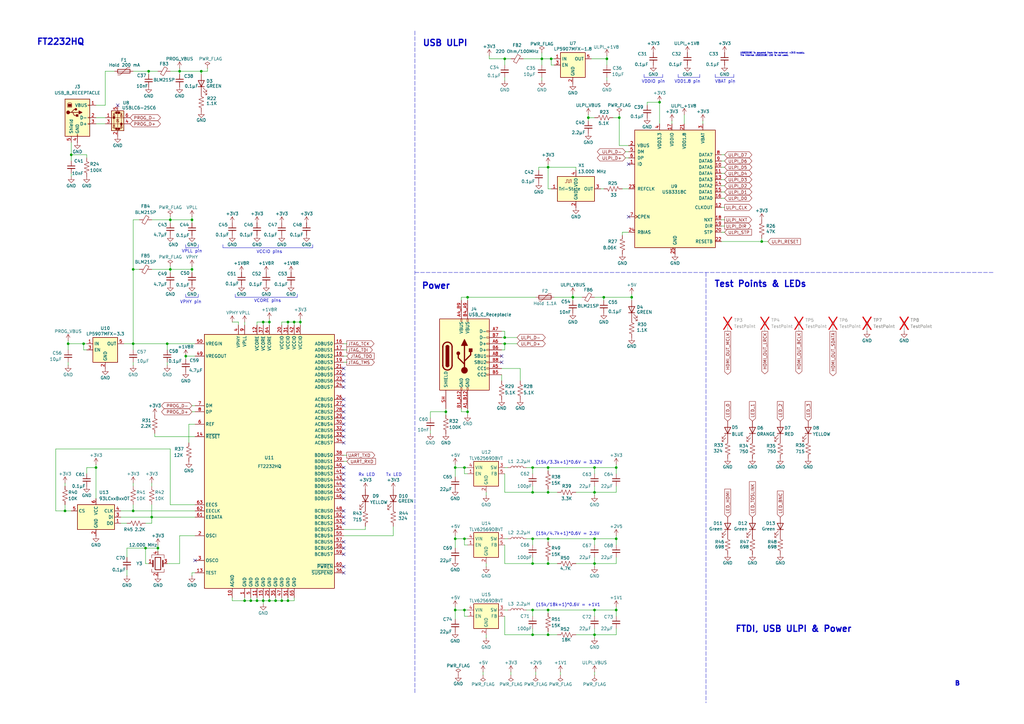
<source format=kicad_sch>
(kicad_sch (version 20231120) (generator "eeschema") (generator_version "8.0")
  (paper "A3")
  (junction (at 190.5 220.98))
  (junction (at 54.61 209.55))
  (junction (at 78.74 110.49))
  (junction (at 252.73 220.98))
  (junction (at 118.11 246.38))
  (junction (at 243.84 191.77))
  (junction (at 243.84 231.14))
  (junction (at 73.66 29.21))
  (junction (at 252.73 250.19))
  (junction (at 207.01 138.43))
  (junction (at 26.67 209.55))
  (junction (at 69.85 110.49))
  (junction (at 207.01 24.13))
  (junction (at 224.79 260.35))
  (junction (at 248.92 24.13))
  (junction (at 224.79 201.93))
  (junction (at 270.51 41.91))
  (junction (at 186.69 250.19))
  (junction (at 252.73 191.77))
  (junction (at 254 48.26))
  (junction (at 224.79 250.19))
  (junction (at 78.74 90.17))
  (junction (at 100.33 246.38))
  (junction (at 110.49 132.08))
  (junction (at 54.61 110.49))
  (junction (at 110.49 246.38))
  (junction (at 247.65 121.92))
  (junction (at 39.37 191.77))
  (junction (at 107.95 132.08))
  (junction (at 243.84 260.35))
  (junction (at 191.77 121.92))
  (junction (at 218.44 260.35))
  (junction (at 118.11 132.08))
  (junction (at 113.03 246.38))
  (junction (at 234.95 121.92))
  (junction (at 186.69 191.77))
  (junction (at 34.29 140.97))
  (junction (at 59.69 224.79))
  (junction (at 218.44 201.93))
  (junction (at 76.2 146.05))
  (junction (at 224.79 220.98))
  (junction (at 62.23 212.09))
  (junction (at 191.77 168.91))
  (junction (at 115.57 246.38))
  (junction (at 243.84 250.19))
  (junction (at 82.55 29.21))
  (junction (at 68.58 140.97))
  (junction (at 186.69 220.98))
  (junction (at 190.5 191.77))
  (junction (at 107.95 246.38))
  (junction (at 182.88 168.91))
  (junction (at 207.01 140.97))
  (junction (at 27.94 140.97))
  (junction (at 243.84 220.98))
  (junction (at 312.42 99.06))
  (junction (at 259.08 121.92))
  (junction (at 120.65 132.08))
  (junction (at 222.25 24.13))
  (junction (at 60.96 29.21))
  (junction (at 102.87 246.38))
  (junction (at 29.21 63.5))
  (junction (at 218.44 250.19))
  (junction (at 218.44 220.98))
  (junction (at 64.77 224.79))
  (junction (at 105.41 246.38))
  (junction (at 218.44 231.14))
  (junction (at 243.84 201.93))
  (junction (at 190.5 250.19))
  (junction (at 123.19 132.08))
  (junction (at 226.06 24.13))
  (junction (at 224.79 231.14))
  (junction (at 224.79 191.77))
  (junction (at 241.3 48.26))
  (junction (at 218.44 191.77))
  (junction (at 54.61 140.97))
  (junction (at 224.79 68.58))
  (junction (at 69.85 90.17))
  (no_connect (at 140.97 151.13))
  (no_connect (at 140.97 156.21))
  (no_connect (at 257.81 88.9))
  (no_connect (at 140.97 222.25))
  (no_connect (at 140.97 173.99))
  (no_connect (at 140.97 158.75))
  (no_connect (at 140.97 196.85))
  (no_connect (at 140.97 232.41))
  (no_connect (at 140.97 179.07))
  (no_connect (at 140.97 224.79))
  (no_connect (at 140.97 176.53))
  (no_connect (at 140.97 199.39))
  (no_connect (at 140.97 227.33))
  (no_connect (at 140.97 214.63))
  (no_connect (at 140.97 166.37))
  (no_connect (at 205.74 148.59))
  (no_connect (at 140.97 194.31))
  (no_connect (at 140.97 212.09))
  (no_connect (at 140.97 191.77))
  (no_connect (at 140.97 201.93))
  (no_connect (at 140.97 168.91))
  (no_connect (at 140.97 234.95))
  (no_connect (at 257.81 67.31))
  (no_connect (at 80.01 229.87))
  (no_connect (at 140.97 171.45))
  (no_connect (at 48.26 43.18))
  (no_connect (at 140.97 209.55))
  (no_connect (at 140.97 163.83))
  (no_connect (at 140.97 153.67))
  (no_connect (at 140.97 181.61))
  (no_connect (at 205.74 146.05))
  (no_connect (at 140.97 204.47))
  (wire (pts (xy 176.53 168.91) (xy 182.88 168.91)))
  (wire (pts (xy 243.84 220.98) (xy 243.84 223.52)))
  (wire (pts (xy 243.84 228.6) (xy 243.84 231.14)))
  (wire (pts (xy 118.11 245.11) (xy 118.11 246.38)))
  (wire (pts (xy 252.73 199.39) (xy 252.73 201.93)))
  (polyline (pts (xy 287.02 30.48) (xy 287.02 31.75)))
  (wire (pts (xy 73.66 27.94) (xy 73.66 29.21)))
  (wire (pts (xy 186.69 190.5) (xy 186.69 191.77)))
  (wire (pts (xy 257.81 59.69) (xy 254 59.69)))
  (wire (pts (xy 224.79 229.87) (xy 224.79 231.14)))
  (wire (pts (xy 227.33 121.92) (xy 234.95 121.92)))
  (wire (pts (xy 215.9 220.98) (xy 218.44 220.98)))
  (wire (pts (xy 110.49 245.11) (xy 110.49 246.38)))
  (wire (pts (xy 27.94 149.86) (xy 27.94 148.59)))
  (wire (pts (xy 113.03 245.11) (xy 113.03 246.38)))
  (wire (pts (xy 248.92 24.13) (xy 248.92 26.67)))
  (wire (pts (xy 199.39 260.35) (xy 199.39 261.62)))
  (wire (pts (xy 69.85 207.01) (xy 80.01 207.01)))
  (wire (pts (xy 54.61 149.86) (xy 54.61 148.59)))
  (wire (pts (xy 207.01 140.97) (xy 212.09 140.97)))
  (wire (pts (xy 205.74 135.89) (xy 207.01 135.89)))
  (wire (pts (xy 107.95 246.38) (xy 110.49 246.38)))
  (polyline (pts (xy 128.27 100.33) (xy 128.27 101.6)))
  (wire (pts (xy 218.44 201.93) (xy 224.79 201.93)))
  (wire (pts (xy 295.91 81.28) (xy 297.18 81.28)))
  (wire (pts (xy 255.27 95.25) (xy 255.27 96.52)))
  (wire (pts (xy 222.25 21.59) (xy 222.25 24.13)))
  (wire (pts (xy 256.54 64.77) (xy 257.81 64.77)))
  (polyline (pts (xy 300.99 30.48) (xy 300.99 31.75)))
  (wire (pts (xy 295.91 63.5) (xy 297.18 63.5)))
  (wire (pts (xy 205.74 140.97) (xy 207.01 140.97)))
  (polyline (pts (xy 76.2 121.92) (xy 81.28 121.92)))
  (wire (pts (xy 105.41 132.08) (xy 107.95 132.08)))
  (polyline (pts (xy 91.44 101.6) (xy 128.27 101.6)))
  (wire (pts (xy 295.91 99.06) (xy 312.42 99.06)))
  (wire (pts (xy 218.44 260.35) (xy 207.01 260.35)))
  (wire (pts (xy 254 59.69) (xy 254 48.26)))
  (wire (pts (xy 218.44 199.39) (xy 218.44 201.93)))
  (wire (pts (xy 115.57 245.11) (xy 115.57 246.38)))
  (wire (pts (xy 295.91 68.58) (xy 297.18 68.58)))
  (wire (pts (xy 205.74 151.13) (xy 213.36 151.13)))
  (wire (pts (xy 243.84 220.98) (xy 252.73 220.98)))
  (wire (pts (xy 224.79 259.08) (xy 224.79 260.35)))
  (wire (pts (xy 26.67 198.12) (xy 26.67 199.39)))
  (wire (pts (xy 54.61 198.12) (xy 54.61 199.39)))
  (wire (pts (xy 186.69 219.71) (xy 186.69 220.98)))
  (wire (pts (xy 224.79 201.93) (xy 228.6 201.93)))
  (wire (pts (xy 200.66 22.86) (xy 200.66 24.13)))
  (wire (pts (xy 243.84 191.77) (xy 243.84 194.31)))
  (wire (pts (xy 220.98 68.58) (xy 220.98 69.85)))
  (wire (pts (xy 243.84 275.59) (xy 243.84 276.86)))
  (polyline (pts (xy 81.28 120.65) (xy 81.28 121.92)))
  (wire (pts (xy 29.21 63.5) (xy 35.56 63.5)))
  (wire (pts (xy 226.06 24.13) (xy 227.33 24.13)))
  (wire (pts (xy 76.2 147.32) (xy 76.2 146.05)))
  (wire (pts (xy 218.44 260.35) (xy 224.79 260.35)))
  (wire (pts (xy 140.97 189.23) (xy 142.24 189.23)))
  (wire (pts (xy 78.74 90.17) (xy 69.85 90.17)))
  (wire (pts (xy 120.65 132.08) (xy 123.19 132.08)))
  (polyline (pts (xy 300.99 34.29) (xy 300.99 34.29)) (stroke (width 0) (type dash)))
  (polyline (pts (xy 91.44 100.33) (xy 91.44 101.6)))
  (wire (pts (xy 82.55 29.21) (xy 82.55 30.48)))
  (wire (pts (xy 140.97 217.17) (xy 149.86 217.17)))
  (wire (pts (xy 68.58 148.59) (xy 68.58 149.86)))
  (wire (pts (xy 34.29 140.97) (xy 35.56 140.97)))
  (wire (pts (xy 62.23 207.01) (xy 62.23 212.09)))
  (wire (pts (xy 110.49 246.38) (xy 113.03 246.38)))
  (wire (pts (xy 161.29 219.71) (xy 161.29 215.9)))
  (wire (pts (xy 64.77 223.52) (xy 64.77 224.79)))
  (polyline (pts (xy 293.37 30.48) (xy 293.37 31.75)))
  (wire (pts (xy 107.95 245.11) (xy 107.95 246.38)))
  (wire (pts (xy 50.8 140.97) (xy 54.61 140.97)))
  (polyline (pts (xy 121.92 121.92) (xy 96.52 121.92)))
  (wire (pts (xy 49.53 209.55) (xy 54.61 209.55)))
  (polyline (pts (xy 170.18 12.7) (xy 170.18 284.48)) (stroke (width 0) (type dash)))
  (wire (pts (xy 149.86 217.17) (xy 149.86 215.9)))
  (wire (pts (xy 295.91 95.25) (xy 297.18 95.25)))
  (wire (pts (xy 191.77 168.91) (xy 191.77 167.64)))
  (wire (pts (xy 110.49 130.81) (xy 110.49 132.08)))
  (wire (pts (xy 198.12 275.59) (xy 198.12 276.86)))
  (wire (pts (xy 69.85 109.22) (xy 69.85 110.49)))
  (wire (pts (xy 69.85 90.17) (xy 62.23 90.17)))
  (wire (pts (xy 54.61 29.21) (xy 60.96 29.21)))
  (wire (pts (xy 224.79 250.19) (xy 243.84 250.19)))
  (wire (pts (xy 295.91 71.12) (xy 297.18 71.12)))
  (wire (pts (xy 35.56 143.51) (xy 34.29 143.51)))
  (wire (pts (xy 218.44 191.77) (xy 224.79 191.77)))
  (wire (pts (xy 222.25 33.02) (xy 222.25 31.75)))
  (wire (pts (xy 76.2 146.05) (xy 80.01 146.05)))
  (wire (pts (xy 259.08 121.92) (xy 247.65 121.92)))
  (wire (pts (xy 60.96 231.14) (xy 59.69 231.14)))
  (wire (pts (xy 29.21 71.12) (xy 29.21 72.39)))
  (wire (pts (xy 226.06 77.47) (xy 224.79 77.47)))
  (polyline (pts (xy 278.13 30.48) (xy 278.13 31.75)))
  (wire (pts (xy 100.33 132.08) (xy 100.33 133.35)))
  (wire (pts (xy 254 46.99) (xy 254 48.26)))
  (wire (pts (xy 295.91 66.04) (xy 297.18 66.04)))
  (wire (pts (xy 182.88 168.91) (xy 182.88 170.18)))
  (polyline (pts (xy 121.92 120.65) (xy 121.92 121.92)))
  (wire (pts (xy 207.01 140.97) (xy 207.01 143.51)))
  (wire (pts (xy 78.74 111.76) (xy 78.74 110.49)))
  (wire (pts (xy 219.71 275.59) (xy 219.71 276.86)))
  (wire (pts (xy 102.87 246.38) (xy 105.41 246.38)))
  (wire (pts (xy 105.41 132.08) (xy 105.41 133.35)))
  (wire (pts (xy 199.39 201.93) (xy 199.39 203.2)))
  (wire (pts (xy 224.79 68.58) (xy 236.22 68.58)))
  (wire (pts (xy 224.79 231.14) (xy 228.6 231.14)))
  (wire (pts (xy 182.88 167.64) (xy 182.88 168.91)))
  (wire (pts (xy 243.84 121.92) (xy 247.65 121.92)))
  (wire (pts (xy 243.84 191.77) (xy 252.73 191.77)))
  (wire (pts (xy 118.11 246.38) (xy 120.65 246.38)))
  (wire (pts (xy 110.49 132.08) (xy 110.49 133.35)))
  (wire (pts (xy 78.74 110.49) (xy 69.85 110.49)))
  (wire (pts (xy 222.25 24.13) (xy 226.06 24.13)))
  (wire (pts (xy 248.92 22.86) (xy 248.92 24.13)))
  (polyline (pts (xy 264.16 31.75) (xy 271.78 31.75)))
  (wire (pts (xy 54.61 209.55) (xy 80.01 209.55)))
  (wire (pts (xy 312.42 99.06) (xy 314.96 99.06)))
  (wire (pts (xy 190.5 220.98) (xy 190.5 223.52)))
  (wire (pts (xy 224.79 67.31) (xy 224.79 68.58)))
  (wire (pts (xy 218.44 228.6) (xy 218.44 231.14)))
  (wire (pts (xy 73.66 219.71) (xy 80.01 219.71)))
  (wire (pts (xy 224.79 220.98) (xy 243.84 220.98)))
  (wire (pts (xy 190.5 220.98) (xy 191.77 220.98)))
  (wire (pts (xy 52.07 228.6) (xy 52.07 224.79)))
  (wire (pts (xy 95.25 132.08) (xy 97.79 132.08)))
  (wire (pts (xy 64.77 224.79) (xy 64.77 226.06)))
  (polyline (pts (xy 293.37 31.75) (xy 300.99 31.75)))
  (wire (pts (xy 247.65 121.92) (xy 247.65 123.19)))
  (wire (pts (xy 39.37 190.5) (xy 39.37 191.77)))
  (wire (pts (xy 224.79 260.35) (xy 228.6 260.35)))
  (wire (pts (xy 247.65 77.47) (xy 246.38 77.47)))
  (polyline (pts (xy 76.2 101.6) (xy 81.28 101.6)))
  (wire (pts (xy 224.79 250.19) (xy 224.79 251.46)))
  (wire (pts (xy 252.73 257.81) (xy 252.73 260.35)))
  (wire (pts (xy 140.97 219.71) (xy 161.29 219.71)))
  (wire (pts (xy 243.84 250.19) (xy 252.73 250.19)))
  (wire (pts (xy 191.77 121.92) (xy 219.71 121.92)))
  (wire (pts (xy 222.25 26.67) (xy 222.25 24.13)))
  (wire (pts (xy 218.44 220.98) (xy 224.79 220.98)))
  (wire (pts (xy 218.44 257.81) (xy 218.44 260.35)))
  (wire (pts (xy 254 48.26) (xy 251.46 48.26)))
  (wire (pts (xy 226.06 26.67) (xy 226.06 24.13)))
  (wire (pts (xy 68.58 231.14) (xy 73.66 231.14)))
  (wire (pts (xy 218.44 191.77) (xy 218.44 194.31)))
  (wire (pts (xy 191.77 121.92) (xy 191.77 123.19)))
  (wire (pts (xy 49.53 214.63) (xy 52.07 214.63)))
  (wire (pts (xy 62.23 212.09) (xy 80.01 212.09)))
  (wire (pts (xy 280.67 46.99) (xy 280.67 50.8)))
  (wire (pts (xy 29.21 63.5) (xy 29.21 66.04)))
  (wire (pts (xy 186.69 224.79) (xy 186.69 220.98)))
  (wire (pts (xy 243.84 250.19) (xy 243.84 252.73)))
  (wire (pts (xy 186.69 195.58) (xy 186.69 191.77)))
  (wire (pts (xy 191.77 168.91) (xy 191.77 170.18)))
  (wire (pts (xy 60.96 29.21) (xy 60.96 30.48)))
  (wire (pts (xy 270.51 41.91) (xy 270.51 50.8)))
  (wire (pts (xy 54.61 110.49) (xy 54.61 140.97)))
  (wire (pts (xy 62.23 214.63) (xy 62.23 212.09)))
  (wire (pts (xy 224.79 200.66) (xy 224.79 201.93)))
  (wire (pts (xy 189.23 168.91) (xy 191.77 168.91)))
  (wire (pts (xy 241.3 48.26) (xy 241.3 49.53)))
  (wire (pts (xy 224.79 68.58) (xy 220.98 68.58)))
  (wire (pts (xy 207.01 24.13) (xy 207.01 26.67)))
  (polyline (pts (xy 264.16 30.48) (xy 264.16 31.75)))
  (wire (pts (xy 252.73 220.98) (xy 252.73 223.52)))
  (wire (pts (xy 295.91 85.09) (xy 297.18 85.09)))
  (wire (pts (xy 288.29 49.53) (xy 288.29 50.8)))
  (wire (pts (xy 140.97 140.97) (xy 142.24 140.97)))
  (wire (pts (xy 265.43 41.91) (xy 265.43 43.18)))
  (wire (pts (xy 218.44 231.14) (xy 224.79 231.14)))
  (wire (pts (xy 120.65 132.08) (xy 120.65 133.35)))
  (wire (pts (xy 78.74 91.44) (xy 78.74 90.17)))
  (wire (pts (xy 189.23 167.64) (xy 189.23 168.91)))
  (wire (pts (xy 100.33 245.11) (xy 100.33 246.38)))
  (wire (pts (xy 270.51 41.91) (xy 265.43 41.91)))
  (wire (pts (xy 252.73 191.77) (xy 252.73 194.31)))
  (polyline (pts (xy 271.78 30.48) (xy 271.78 31.75)))
  (wire (pts (xy 105.41 246.38) (xy 107.95 246.38)))
  (wire (pts (xy 214.63 24.13) (xy 222.25 24.13)))
  (polyline (pts (xy 76.2 100.33) (xy 76.2 101.6)))
  (wire (pts (xy 224.79 191.77) (xy 243.84 191.77)))
  (wire (pts (xy 190.5 252.73) (xy 191.77 252.73)))
  (wire (pts (xy 54.61 140.97) (xy 68.58 140.97)))
  (wire (pts (xy 46.99 29.21) (xy 43.18 29.21)))
  (wire (pts (xy 227.33 26.67) (xy 226.06 26.67)))
  (wire (pts (xy 218.44 201.93) (xy 207.01 201.93)))
  (wire (pts (xy 205.74 138.43) (xy 207.01 138.43)))
  (wire (pts (xy 213.36 151.13) (xy 213.36 156.21)))
  (wire (pts (xy 191.77 194.31) (xy 190.5 194.31)))
  (wire (pts (xy 54.61 90.17) (xy 54.61 110.49)))
  (wire (pts (xy 95.25 246.38) (xy 100.33 246.38)))
  (wire (pts (xy 176.53 171.45) (xy 176.53 168.91)))
  (wire (pts (xy 257.81 95.25) (xy 255.27 95.25)))
  (wire (pts (xy 205.74 143.51) (xy 207.01 143.51)))
  (wire (pts (xy 78.74 166.37) (xy 80.01 166.37)))
  (wire (pts (xy 189.23 121.92) (xy 189.23 123.19)))
  (wire (pts (xy 69.85 184.15) (xy 69.85 207.01)))
  (wire (pts (xy 123.19 132.08) (xy 123.19 130.81)))
  (wire (pts (xy 207.01 231.14) (xy 207.01 223.52)))
  (wire (pts (xy 259.08 120.65) (xy 259.08 121.92)))
  (wire (pts (xy 35.56 191.77) (xy 35.56 194.31)))
  (wire (pts (xy 207.01 250.19) (xy 208.28 250.19)))
  (wire (pts (xy 63.5 177.8) (xy 63.5 179.07)))
  (wire (pts (xy 295.91 78.74) (xy 297.18 78.74)))
  (wire (pts (xy 252.73 190.5) (xy 252.73 191.77)))
  (wire (pts (xy 186.69 250.19) (xy 190.5 250.19)))
  (wire (pts (xy 242.57 24.13) (xy 248.92 24.13)))
  (wire (pts (xy 78.74 109.22) (xy 78.74 110.49)))
  (wire (pts (xy 73.66 29.21) (xy 73.66 30.48)))
  (wire (pts (xy 241.3 48.26) (xy 243.84 48.26)))
  (polyline (pts (xy 76.2 120.65) (xy 76.2 121.92)))
  (wire (pts (xy 59.69 224.79) (xy 64.77 224.79)))
  (wire (pts (xy 22.86 184.15) (xy 69.85 184.15)))
  (polyline (pts (xy 96.52 120.65) (xy 96.52 121.92)))
  (wire (pts (xy 49.53 212.09) (xy 62.23 212.09)))
  (wire (pts (xy 243.84 260.35) (xy 243.84 261.62)))
  (wire (pts (xy 207.01 201.93) (xy 207.01 194.31)))
  (wire (pts (xy 26.67 209.55) (xy 29.21 209.55)))
  (wire (pts (xy 312.42 99.06) (xy 312.42 97.79)))
  (wire (pts (xy 77.47 181.61) (xy 77.47 173.99)))
  (wire (pts (xy 190.5 191.77) (xy 190.5 194.31)))
  (wire (pts (xy 69.85 110.49) (xy 69.85 111.76)))
  (wire (pts (xy 252.73 219.71) (xy 252.73 220.98)))
  (wire (pts (xy 207.01 260.35) (xy 207.01 252.73)))
  (wire (pts (xy 29.21 58.42) (xy 29.21 63.5)))
  (wire (pts (xy 22.86 209.55) (xy 22.86 184.15)))
  (wire (pts (xy 95.25 245.11) (xy 95.25 246.38)))
  (wire (pts (xy 234.95 121.92) (xy 238.76 121.92)))
  (wire (pts (xy 256.54 62.23) (xy 257.81 62.23)))
  (wire (pts (xy 80.01 234.95) (xy 78.74 234.95)))
  (wire (pts (xy 120.65 245.11) (xy 120.65 246.38)))
  (wire (pts (xy 215.9 250.19) (xy 218.44 250.19)))
  (wire (pts (xy 190.5 250.19) (xy 191.77 250.19)))
  (wire (pts (xy 69.85 88.9) (xy 69.85 90.17)))
  (wire (pts (xy 295.91 90.17) (xy 297.18 90.17)))
  (wire (pts (xy 85.09 29.21) (xy 82.55 29.21)))
  (wire (pts (xy 140.97 186.69) (xy 142.24 186.69)))
  (wire (pts (xy 39.37 43.18) (xy 43.18 43.18)))
  (wire (pts (xy 57.15 90.17) (xy 54.61 90.17)))
  (wire (pts (xy 39.37 48.26) (xy 43.18 48.26)))
  (wire (pts (xy 207.01 24.13) (xy 209.55 24.13)))
  (wire (pts (xy 224.79 191.77) (xy 224.79 193.04)))
  (wire (pts (xy 218.44 250.19) (xy 218.44 252.73)))
  (polyline (pts (xy 81.28 100.33) (xy 81.28 101.6)))
  (wire (pts (xy 118.11 132.08) (xy 120.65 132.08)))
  (wire (pts (xy 207.01 220.98) (xy 208.28 220.98)))
  (wire (pts (xy 27.94 140.97) (xy 34.29 140.97)))
  (wire (pts (xy 54.61 140.97) (xy 54.61 143.51)))
  (wire (pts (xy 26.67 207.01) (xy 26.67 209.55)))
  (wire (pts (xy 52.07 224.79) (xy 59.69 224.79)))
  (wire (pts (xy 243.84 231.14) (xy 252.73 231.14)))
  (wire (pts (xy 107.95 132.08) (xy 107.95 133.35)))
  (wire (pts (xy 62.23 198.12) (xy 62.23 199.39)))
  (wire (pts (xy 255.27 77.47) (xy 257.81 77.47)))
  (wire (pts (xy 190.5 191.77) (xy 191.77 191.77)))
  (wire (pts (xy 186.69 254) (xy 186.69 250.19)))
  (wire (pts (xy 252.73 248.92) (xy 252.73 250.19)))
  (wire (pts (xy 224.79 220.98) (xy 224.79 222.25)))
  (wire (pts (xy 224.79 77.47) (xy 224.79 68.58)))
  (wire (pts (xy 140.97 143.51) (xy 142.24 143.51)))
  (wire (pts (xy 218.44 250.19) (xy 224.79 250.19)))
  (wire (pts (xy 69.85 29.21) (xy 73.66 29.21)))
  (wire (pts (xy 73.66 231.14) (xy 73.66 219.71)))
  (wire (pts (xy 80.01 140.97) (xy 68.58 140.97)))
  (wire (pts (xy 252.73 228.6) (xy 252.73 231.14)))
  (wire (pts (xy 69.85 110.49) (xy 62.23 110.49)))
  (wire (pts (xy 54.61 207.01) (xy 54.61 209.55)))
  (wire (pts (xy 97.79 132.08) (xy 97.79 133.35)))
  (wire (pts (xy 77.47 173.99) (xy 80.01 173.99)))
  (wire (pts (xy 236.22 68.58) (xy 236.22 69.85)))
  (wire (pts (xy 252.73 250.19) (xy 252.73 252.73)))
  (wire (pts (xy 199.39 231.14) (xy 199.39 232.41)))
  (wire (pts (xy 243.84 257.81) (xy 243.84 260.35)))
  (wire (pts (xy 39.37 50.8) (xy 43.18 50.8)))
  (wire (pts (xy 52.07 236.22) (xy 52.07 233.68)))
  (wire (pts (xy 200.66 24.13) (xy 207.01 24.13)))
  (wire (pts (xy 63.5 179.07) (xy 80.01 179.07)))
  (wire (pts (xy 22.86 209.55) (xy 26.67 209.55)))
  (wire (pts (xy 78.74 88.9) (xy 78.74 90.17)))
  (wire (pts (xy 59.69 231.14) (xy 59.69 224.79)))
  (wire (pts (xy 115.57 246.38) (xy 118.11 246.38)))
  (wire (pts (xy 85.09 29.21) (xy 85.09 27.94)))
  (wire (pts (xy 115.57 132.08) (xy 118.11 132.08)))
  (wire (pts (xy 243.84 231.14) (xy 243.84 232.41)))
  (wire (pts (xy 35.56 63.5) (xy 35.56 64.77)))
  (wire (pts (xy 295.91 76.2) (xy 297.18 76.2)))
  (wire (pts (xy 105.41 245.11) (xy 105.41 246.38)))
  (wire (pts (xy 59.69 214.63) (xy 62.23 214.63)))
  (wire (pts (xy 69.85 90.17) (xy 69.85 91.44)))
  (wire (pts (xy 243.84 260.35) (xy 252.73 260.35)))
  (wire (pts (xy 243.84 199.39) (xy 243.84 201.93)))
  (wire (pts (xy 102.87 245.11) (xy 102.87 246.38)))
  (wire (pts (xy 27.94 139.7) (xy 27.94 140.97)))
  (wire (pts (xy 107.95 246.38) (xy 107.95 247.65)))
  (wire (pts (xy 248.92 33.02) (xy 248.92 31.75)))
  (wire (pts (xy 190.5 223.52) (xy 191.77 223.52)))
  (wire (pts (xy 60.96 29.21) (xy 64.77 29.21)))
  (wire (pts (xy 115.57 133.35) (xy 115.57 132.08)))
  (wire (pts (xy 234.95 121.92) (xy 234.95 123.19)))
  (wire (pts (xy 176.53 176.53) (xy 176.53 177.8)))
  (wire (pts (xy 295.91 92.71) (xy 297.18 92.71)))
  (wire (pts (xy 140.97 148.59) (xy 142.24 148.59)))
  (wire (pts (xy 236.22 231.14) (xy 243.84 231.14)))
  (wire (pts (xy 243.84 201.93) (xy 252.73 201.93)))
  (wire (pts (xy 207.01 138.43) (xy 212.09 138.43)))
  (wire (pts (xy 73.66 29.21) (xy 82.55 29.21)))
  (wire (pts (xy 34.29 143.51) (xy 34.29 140.97)))
  (polyline (pts (xy 278.13 31.75) (xy 287.02 31.75)))
  (wire (pts (xy 207.01 135.89) (xy 207.01 138.43)))
  (polyline (pts (xy 170.18 111.76) (xy 407.67 111.76)) (stroke (width 0) (type dash)))
  (wire (pts (xy 54.61 110.49) (xy 57.15 110.49)))
  (wire (pts (xy 113.03 246.38) (xy 115.57 246.38)))
  (wire (pts (xy 39.37 191.77) (xy 39.37 204.47)))
  (wire (pts (xy 186.69 248.92) (xy 186.69 250.19)))
  (wire (pts (xy 43.18 29.21) (xy 43.18 43.18)))
  (wire (pts (xy 123.19 132.08) (xy 123.19 133.35)))
  (wire (pts (xy 118.11 132.08) (xy 118.11 133.35)))
  (wire (pts (xy 140.97 146.05) (xy 142.24 146.05)))
  (wire (pts (xy 236.22 260.35) (xy 243.84 260.35)))
  (wire (pts (xy 205.74 153.67) (xy 205.74 156.21)))
  (wire (pts (xy 186.69 191.77) (xy 190.5 191.77)))
  (wire (pts (xy 209.55 275.59) (xy 209.55 276.86)))
  (wire (pts (xy 229.87 275.59) (xy 229.87 276.86)))
  (wire (pts (xy 218.44 220.98) (xy 218.44 223.52)))
  (wire (pts (xy 35.56 191.77) (xy 39.37 191.77)))
  (wire (pts (xy 207.01 191.77) (xy 208.28 191.77)))
  (wire (pts (xy 215.9 191.77) (xy 218.44 191.77)))
  (wire (pts (xy 275.59 49.53) (xy 275.59 50.8)))
  (wire (pts (xy 234.95 120.65) (xy 234.95 121.92)))
  (wire (pts (xy 241.3 48.26) (xy 241.3 46.99)))
  (wire (pts (xy 191.77 121.92) (xy 189.23 121.92)))
  (polyline (pts (xy 289.56 111.76) (xy 289.56 288.29)) (stroke (width 0) (type dash)))
  (wire (pts (xy 207.01 33.02) (xy 207.01 31.75)))
  (wire (pts (xy 78.74 168.91) (xy 80.01 168.91)))
  (wire (pts (xy 236.22 201.93) (xy 243.84 201.93)))
  (wire (pts (xy 218.44 231.14) (xy 207.01 231.14)))
  (wire (pts (xy 78.74 234.95) (xy 78.74 236.22)))
  (wire (pts (xy 259.08 121.92) (xy 259.08 123.19)))
  (wire (pts (xy 27.94 143.51) (xy 27.94 140.97)))
  (wire (pts (xy 190.5 250.19) (xy 190.5 252.73)))
  (wire (pts (xy 243.84 201.93) (xy 243.84 203.2)))
  (wire (pts (xy 295.91 73.66) (xy 297.18 73.66)))
  (wire (pts (xy 100.33 246.38) (xy 102.87 246.38)))
  (wire (pts (xy 68.58 140.97) (xy 68.58 143.51)))
  (wire (pts (xy 186.69 220.98) (xy 190.5 220.98)))
  (wire (pts (xy 107.95 132.08) (xy 110.49 132.08)))
  (text "VPLL pin" (at 78.74 103.124 0) (effects (font (size 1.27 1.27))))
  (text "VCCIO pins" (at 110.49 103.378 0) (effects (font (size 1.27 1.27))))
  (text "(15k/4.7k+1)*0.6V = 2.5V" (at 219.71 219.71 0) (effects (font (size 1.27 1.27)) (justify left bottom)))
  (text "B" (at 392.684 280.416 0) (effects (font (size 1.778 1.778) (thickness 0.508) (bold yes))))
  (text "Test Points & LEDs" (at 292.862 116.586 0) (effects (font (size 2.54 2.54) (thickness 0.508) (bold yes)) (justify left)))
  (text "Power" (at 178.816 117.348 0) (effects (font (size 2.54 2.54) (thickness 0.508) (bold yes))))
  (text "VCORE pins" (at 109.728 123.444 0) (effects (font (size 1.27 1.27))))
  (text "VPHY pin" (at 78.232 123.952 0) (effects (font (size 1.27 1.27))))
  (text "(15k/18k+1)*0.6V = +1V1" (at 219.71 248.92 0) (effects (font (size 1.27 1.27)) (justify left bottom)))
  (text "VDD1.8 pin" (at 281.94 33.528 0) (effects (font (size 1.27 1.27))))
  (text "USB ULPI" (at 173.228 17.78 0) (effects (font (size 2.54 2.54) (thickness 0.508) (bold yes)) (justify left)))
  (text "Rx LED" (at 150.368 194.818 0) (effects (font (size 1.27 1.27))))
  (text "FTDI, USB ULPI & Power" (at 301.498 258.064 0) (effects (font (size 2.54 2.54) (thickness 0.508) (bold yes)) (justify left)))
  (text "USB3318C is powered from the external +3V3 supply.\nThe internal USB3318C LDO is not used. " (at 303.53 22.352 0) (effects (font (size 0.635 0.635)) (justify left)))
  (text "Tx LED" (at 161.544 194.818 0) (effects (font (size 1.27 1.27))))
  (text "VDDIO pin" (at 267.97 33.528 0) (effects (font (size 1.27 1.27))))
  (text "VBAT pin" (at 297.434 33.528 0) (effects (font (size 1.27 1.27))))
  (text "FT2232HQ" (at 14.986 17.272 0) (effects (font (size 2.54 2.54) (thickness 0.508) (bold yes)) (justify left)))
  (text "(15k/3.3k+1)*0.6V = 3.32V" (at 219.71 190.5 0) (effects (font (size 1.27 1.27)) (justify left bottom)))
  (global_label "ULPI_D5" (shape bidirectional) (at 297.18 68.58 0) (property "Intersheetrefs" "${INTERSHEET_REFS}" (effects (hide yes))))
  (global_label "LED_TOSLINK" (shape input) (at 308.61 212.09 90) (property "Intersheetrefs" "${INTERSHEET_REFS}" (effects (hide yes))))
  (global_label "PROG_D-" (shape bidirectional) (at 78.74 166.37 180) (property "Intersheetrefs" "${INTERSHEET_REFS}" (effects (hide yes))))
  (global_label "JTAG_TCK" (shape output) (at 142.24 140.97 0) (property "Intersheetrefs" "${INTERSHEET_REFS}" (effects (hide yes))))
  (global_label "ULPI_D-" (shape bidirectional) (at 256.54 62.23 180) (property "Intersheetrefs" "${INTERSHEET_REFS}" (effects (hide yes))))
  (global_label "ULPI_CLK" (shape output) (at 297.18 85.09 0) (property "Intersheetrefs" "${INTERSHEET_REFS}" (effects (hide yes))))
  (global_label "PROG_D-" (shape bidirectional) (at 53.34 48.26 0) (property "Intersheetrefs" "${INTERSHEET_REFS}" (effects (hide yes))))
  (global_label "LED_0" (shape input) (at 298.45 172.72 90) (property "Intersheetrefs" "${INTERSHEET_REFS}" (effects (hide yes))))
  (global_label "LED_HDMI" (shape input) (at 298.45 212.09 90) (property "Intersheetrefs" "${INTERSHEET_REFS}" (effects (hide yes))))
  (global_label "HDMI_OUT_SDATA" (shape output) (at 341.63 135.89 270) (property "Intersheetrefs" "${INTERSHEET_REFS}" (effects (hide yes))))
  (global_label "ULPI_D3" (shape bidirectional) (at 297.18 73.66 0) (property "Intersheetrefs" "${INTERSHEET_REFS}" (effects (hide yes))))
  (global_label "JTAG_TDO" (shape input) (at 142.24 146.05 0) (property "Intersheetrefs" "${INTERSHEET_REFS}" (effects (hide yes))))
  (global_label "LED_3" (shape input) (at 331.47 172.72 90) (property "Intersheetrefs" "${INTERSHEET_REFS}" (effects (hide yes))))
  (global_label "JTAG_TMS" (shape output) (at 142.24 148.59 0) (property "Intersheetrefs" "${INTERSHEET_REFS}" (effects (hide yes))))
  (global_label "UART_RXD" (shape input) (at 142.24 189.23 0) (property "Intersheetrefs" "${INTERSHEET_REFS}" (effects (hide yes))))
  (global_label "ULPI_D7" (shape bidirectional) (at 297.18 63.5 0) (property "Intersheetrefs" "${INTERSHEET_REFS}" (effects (hide yes))))
  (global_label "ULPI_D6" (shape bidirectional) (at 297.18 66.04 0) (property "Intersheetrefs" "${INTERSHEET_REFS}" (effects (hide yes))))
  (global_label "LED_2" (shape input) (at 320.04 172.72 90) (property "Intersheetrefs" "${INTERSHEET_REFS}" (effects (hide yes))))
  (global_label "ULPI_D2" (shape bidirectional) (at 297.18 76.2 0) (property "Intersheetrefs" "${INTERSHEET_REFS}" (effects (hide yes))))
  (global_label "ULPI_NXT" (shape output) (at 297.18 90.17 0) (property "Intersheetrefs" "${INTERSHEET_REFS}" (effects (hide yes))))
  (global_label "ULPI_STP" (shape input) (at 297.18 95.25 0) (property "Intersheetrefs" "${INTERSHEET_REFS}" (effects (hide yes))))
  (global_label "HDMI_OUT_BCLK" (shape output) (at 327.66 135.89 270) (property "Intersheetrefs" "${INTERSHEET_REFS}" (effects (hide yes))))
  (global_label "ULPI_D+" (shape bidirectional) (at 256.54 64.77 180) (property "Intersheetrefs" "${INTERSHEET_REFS}" (effects (hide yes))))
  (global_label "PROG_D+" (shape bidirectional) (at 78.74 168.91 180) (property "Intersheetrefs" "${INTERSHEET_REFS}" (effects (hide yes))))
  (global_label "ULPI_D1" (shape bidirectional) (at 297.18 78.74 0) (property "Intersheetrefs" "${INTERSHEET_REFS}" (effects (hide yes))))
  (global_label "LED_BNC" (shape input) (at 320.04 212.09 90) (property "Intersheetrefs" "${INTERSHEET_REFS}" (effects (hide yes))))
  (global_label "ULPI_D-" (shape bidirectional) (at 212.09 138.43 0) (property "Intersheetrefs" "${INTERSHEET_REFS}" (effects (hide yes))))
  (global_label "LED_1" (shape input) (at 308.61 172.72 90) (property "Intersheetrefs" "${INTERSHEET_REFS}" (effects (hide yes))))
  (global_label "PROG_D+" (shape bidirectional) (at 53.34 50.8 0) (property "Intersheetrefs" "${INTERSHEET_REFS}" (effects (hide yes))))
  (global_label "HDMI_OUT_LRCK" (shape output) (at 313.69 135.89 270) (property "Intersheetrefs" "${INTERSHEET_REFS}" (effects (hide yes))))
  (global_label "UART_TXD" (shape output) (at 142.24 186.69 0) (property "Intersheetrefs" "${INTERSHEET_REFS}" (effects (hide yes))))
  (global_label "ULPI_D+" (shape bidirectional) (at 212.09 140.97 0) (property "Intersheetrefs" "${INTERSHEET_REFS}" (effects (hide yes))))
  (global_label "JTAG_TDI" (shape output) (at 142.24 143.51 0) (property "Intersheetrefs" "${INTERSHEET_REFS}" (effects (hide yes))))
  (global_label "ULPI_RESET" (shape input) (at 314.96 99.06 0) (property "Intersheetrefs" "${INTERSHEET_REFS}" (effects (hide yes))))
  (global_label "HDMI_OUT_MCLK" (shape output) (at 298.45 135.89 270) (property "Intersheetrefs" "${INTERSHEET_REFS}" (effects (hide yes))))
  (global_label "ULPI_D4" (shape bidirectional) (at 297.18 71.12 0) (property "Intersheetrefs" "${INTERSHEET_REFS}" (effects (hide yes))))
  (global_label "ULPI_D0" (shape bidirectional) (at 297.18 81.28 0) (property "Intersheetrefs" "${INTERSHEET_REFS}" (effects (hide yes))))
  (global_label "ULPI_DIR" (shape output) (at 297.18 92.71 0) (property "Intersheetrefs" "${INTERSHEET_REFS}" (effects (hide yes))))
  (symbol (lib_id "power:GND") (at 77.47 189.23 0) (mirror y) (unit 1)
    (property "Reference" "#PWR0180" (effects (hide yes)))
    (property "Value" "GND" (at 77.47 193.04 0))
    (property "Description" "Power symbol creates a global label with name \"GND\" , ground" (effects (hide yes)))
  )
  (symbol (lib_id "Device:LED") (at 298.45 215.9 270) (mirror x) (unit 1)
    (property "Reference" "D11" (at 296.418 214.63 90) (effects (justify right)))
    (property "Value" "Green" (at 296.418 216.916 90) (effects (justify right)))
    (property "Footprint" "ECP5_AUDIO:Dialight_551-0307F" (effects (hide yes)))
    (property "Description" "LED CBI 3MM GREEN LOW CURR RA" (effects (hide yes)))
    (property "MPN" "5511307F" (effects (hide yes)))
    (property "Manufacturer" "Dialight" (effects (hide yes)))
  )
  (symbol (lib_id "power:+3V3") (at 297.18 21.59 0) (unit 1)
    (property "Reference" "#PWR0103" (effects (hide yes)))
    (property "Value" "+3V3" (at 297.18 17.78 0))
    (property "Description" "Power symbol creates a global label with name \"+3V3\"" (effects (hide yes)))
  )
  (symbol (lib_id "power:GND") (at 125.73 96.52 0) (mirror y) (unit 1)
    (property "Reference" "#PWR0141" (effects (hide yes)))
    (property "Value" "GND" (at 125.73 100.33 0))
    (property "Description" "Power symbol creates a global label with name \"GND\" , ground" (effects (hide yes)))
  )
  (symbol (lib_id "Device:C_Small") (at 109.22 114.3 0) (mirror y) (unit 1)
    (property "Reference" "C52" (at 107.188 112.268 0) (effects (justify left)))
    (property "Value" "0.1µF" (at 107.696 116.586 0) (effects (justify left)))
    (property "Footprint" "Capacitor_SMD:C_0603_1608Metric" (effects (hide yes)))
    (property "Description" "CAP CER 0.1UF 50V X7R 0603" (effects (hide yes)))
    (property "MPN" "CL10B104KB8NNNC" (effects (hide yes)))
    (property "Manufacturer" "Samsung Electro-Mechanics" (effects (hide yes)))
  )
  (symbol (lib_id "power:PWR_FLAG") (at 222.25 21.59 0) (unit 1)
    (property "Reference" "#FLG02" (effects (hide yes)))
    (property "Value" "PWR_FLAG" (at 222.25 18.034 0))
    (property "Description" "Special symbol for telling ERC where power comes from" (effects (hide yes)))
  )
  (symbol (lib_id "power:GND") (at 43.18 151.13 0) (mirror y) (unit 1)
    (property "Reference" "#PWR0170" (effects (hide yes)))
    (property "Value" "GND" (at 43.18 154.94 0))
    (property "Description" "Power symbol creates a global label with name \"GND\" , ground" (effects (hide yes)))
  )
  (symbol (lib_id "power:GND") (at 76.2 152.4 0) (mirror y) (unit 1)
    (property "Reference" "#PWR0171" (effects (hide yes)))
    (property "Value" "GND" (at 76.2 156.21 0))
    (property "Description" "Power symbol creates a global label with name \"GND\" , ground" (effects (hide yes)))
  )
  (symbol (lib_id "power:GND") (at 109.22 116.84 0) (mirror y) (unit 1)
    (property "Reference" "#PWR0152" (effects (hide yes)))
    (property "Value" "GND" (at 109.22 120.65 0))
    (property "Description" "Power symbol creates a global label with name \"GND\" , ground" (effects (hide yes)))
  )
  (symbol (lib_id "Device:C_Small") (at 68.58 146.05 0) (mirror y) (unit 1)
    (property "Reference" "C58" (at 73.152 144.018 0) (effects (justify left)))
    (property "Value" "0.1µF" (at 74.676 148.082 0) (effects (justify left)))
    (property "Footprint" "Capacitor_SMD:C_0603_1608Metric" (effects (hide yes)))
    (property "Description" "CAP CER 0.1UF 50V X7R 0603" (effects (hide yes)))
    (property "MPN" "CL10B104KB8NNNC" (effects (hide yes)))
    (property "Manufacturer" "Samsung Electro-Mechanics" (effects (hide yes)))
  )
  (symbol (lib_id "Connector:TestPoint") (at 355.6 135.89 0) (unit 1) (dnp yes)
    (property "Reference" "TP7" (at 358.14 131.3179 0) (effects (justify left)))
    (property "Value" "TestPoint" (at 358.14 133.8579 0) (effects (justify left)))
    (property "Footprint" "TestPoint:TestPoint_Keystone_5000-5004_Miniature" (effects (hide yes)))
    (property "Description" "TEST POINT" (effects (hide yes)))
    (property "MPN" "5001" (effects (hide yes)))
    (property "Manufacturer" "Keystone Electronics" (effects (hide yes)))
  )
  (symbol (lib_id "Device:C_Small") (at 60.96 33.02 0) (unit 1)
    (property "Reference" "C37" (at 56.134 30.988 0) (effects (justify left)))
    (property "Value" "10nF" (at 55.88 35.306 0) (effects (justify left)))
    (property "Footprint" "Capacitor_SMD:C_0603_1608Metric" (effects (hide yes)))
    (property "Description" "CAP CER 10000PF 50V X7R 0603" (effects (hide yes)))
    (property "Manufacturer" "Samsung Electro-Mechanics" (effects (hide yes)))
    (property "MPN" "CL10B103KB8NNNC" (effects (hide yes)))
  )
  (symbol (lib_id "power:+3.3V") (at 209.55 275.59 0) (unit 1) (in_bom no)
    (property "Reference" "#PWR0213" (effects (hide yes)))
    (property "Value" "+3V3" (at 209.55 271.78 0))
    (property "Description" "Power symbol creates a global label with name \"+3.3V\"" (effects (hide yes)))
  )
  (symbol (lib_id "power:+3.3V") (at 26.67 198.12 0) (unit 1) (in_bom no)
    (property "Reference" "#PWR0184" (effects (hide yes)))
    (property "Value" "+3V3" (at 26.67 194.31 0))
    (property "Description" "Power symbol creates a global label with name \"+3.3V\"" (effects (hide yes)))
  )
  (symbol (lib_id "Device:C_Small") (at 105.41 93.98 0) (mirror y) (unit 1)
    (property "Reference" "C46" (at 103.886 92.202 0) (effects (justify left)))
    (property "Value" "0.1µF" (at 103.886 96.266 0) (effects (justify left)))
    (property "Footprint" "Capacitor_SMD:C_0603_1608Metric" (effects (hide yes)))
    (property "Description" "CAP CER 0.1UF 50V X7R 0603" (effects (hide yes)))
    (property "MPN" "CL10B104KB8NNNC" (effects (hide yes)))
    (property "Manufacturer" "Samsung Electro-Mechanics" (effects (hide yes)))
  )
  (symbol (lib_id "power:GND") (at 191.77 170.18 0) (unit 1)
    (property "Reference" "#PWR0173" (effects (hide yes)))
    (property "Value" "GND" (at 191.77 173.736 0))
    (property "Description" "Power symbol creates a global label with name \"GND\" , ground" (effects (hide yes)))
  )
  (symbol (lib_id "power:GND") (at 255.27 104.14 0) (unit 1)
    (property "Reference" "#PWR0143" (effects (hide yes)))
    (property "Value" "GND" (at 255.27 107.95 0))
    (property "Description" "Power symbol creates a global label with name \"GND\" , ground" (effects (hide yes)))
  )
  (symbol (lib_id "Device:R_US") (at 54.61 203.2 0) (unit 1)
    (property "Reference" "R41" (at 55.88 201.93 0) (effects (justify left)))
    (property "Value" "10K" (at 55.88 204.47 0) (effects (justify left)))
    (property "Footprint" "Resistor_SMD:R_0603_1608Metric" (effects (hide yes)))
    (property "Description" "RES SMD 10K OHM 1% 1/10W 0603" (effects (hide yes)))
    (property "Manufacturer" "Panasonic Electronic Components" (effects (hide yes)))
    (property "MPN" "ERJ-3EKF1002V" (effects (hide yes)))
  )
  (symbol (lib_id "Interface_USB:FT2232HQ") (at 110.49 189.23 0) (unit 1)
    (property "Reference" "U11" (at 108.458 187.706 0) (effects (justify left)))
    (property "Value" "FT2232HQ" (at 105.664 191.262 0) (effects (justify left)))
    (property "Footprint" "Package_DFN_QFN:QFN-64-1EP_9x9mm_P0.5mm_EP4.35x4.35mm" (effects (hide yes)))
    (property "Datasheet" "https://www.ftdichip.com/Support/Documents/DataSheets/ICs/DS_FT2232H.pdf" (effects (hide yes)))
    (property "Description" "IC USB HS DUAL UART/FIFO 64-QFN" (effects (hide yes)))
    (property "MPN" "FT2232HQ-REEL" (effects (hide yes)))
    (property "Manufacturer" "FTDI, Future Technology Devices International Ltd" (effects (hide yes)))
  )
  (symbol (lib_id "power:GND") (at 205.74 163.83 0) (unit 1)
    (property "Reference" "#PWR0219" (effects (hide yes)))
    (property "Value" "GND" (at 205.74 167.386 0))
    (property "Description" "Power symbol creates a global label with name \"GND\" , ground" (effects (hide yes)))
  )
  (symbol (lib_id "power:GND") (at 331.47 187.96 0) (mirror y) (unit 1)
    (property "Reference" "#PWR0179" (effects (hide yes)))
    (property "Value" "GND" (at 331.47 191.516 0))
    (property "Description" "Power symbol creates a global label with name \"GND\" , ground" (effects (hide yes)))
  )
  (symbol (lib_id "power:GND") (at 95.25 96.52 0) (mirror y) (unit 1)
    (property "Reference" "#PWR0138" (effects (hide yes)))
    (property "Value" "GND" (at 95.25 100.33 0))
    (property "Description" "Power symbol creates a global label with name \"GND\" , ground" (effects (hide yes)))
  )
  (symbol (lib_id "power:GND") (at 54.61 149.86 0) (mirror y) (unit 1)
    (property "Reference" "#PWR0168" (effects (hide yes)))
    (property "Value" "GND" (at 54.61 153.67 0))
    (property "Description" "Power symbol creates a global label with name \"GND\" , ground" (effects (hide yes)))
  )
  (symbol (lib_id "power:+3V3") (at 280.67 46.99 0) (unit 1)
    (property "Reference" "#PWR0119" (effects (hide yes)))
    (property "Value" "ULPI_+1V8" (at 280.416 43.434 0))
    (property "Description" "Power symbol creates a global label with name \"+3V3\"" (effects (hide yes)))
  )
  (symbol (lib_id "power:PWR_FLAG") (at 209.55 276.86 180) (unit 1)
    (property "Reference" "#FLG09" (effects (hide yes)))
    (property "Value" "PWR_FLAG" (at 209.55 280.67 0))
    (property "Description" "Special symbol for telling ERC where power comes from" (effects (hide yes)))
  )
  (symbol (lib_id "Device:R_US") (at 308.61 223.52 0) (unit 1)
    (property "Reference" "R47" (at 305.308 222.25 0))
    (property "Value" "698" (at 305.308 224.282 0))
    (property "Footprint" "Resistor_SMD:R_0603_1608Metric" (effects (hide yes)))
    (property "Description" "RES SMD 698 OHM 1% 1/10W 0603" (effects (hide yes)))
    (property "MPN" "ERJ-3EKF6980V" (effects (hide yes)))
    (property "Manufacturer" "Panasonic Electronic Components" (effects (hide yes)))
  )
  (symbol (lib_id "power:+3V3") (at 78.74 88.9 0) (unit 1)
    (property "Reference" "#PWR0131" (effects (hide yes)))
    (property "Value" "VPLL" (at 78.74 85.09 0))
    (property "Description" "Power symbol creates a global label with name \"+3V3\"" (effects (hide yes)))
  )
  (symbol (lib_id "power:GND") (at 60.96 35.56 0) (unit 1)
    (property "Reference" "#PWR0114" (effects (hide yes)))
    (property "Value" "GND" (at 60.96 39.37 0))
    (property "Description" "Power symbol creates a global label with name \"GND\" , ground" (effects (hide yes)))
  )
  (symbol (lib_id "power:+3V3") (at 243.84 275.59 0) (unit 1)
    (property "Reference" "#PWR0216" (effects (hide yes)))
    (property "Value" "ULPI_VBUS" (at 243.84 271.78 0))
    (property "Description" "Power symbol creates a global label with name \"+3V3\"" (effects (hide yes)))
  )
  (symbol (lib_id "power:+3V3") (at 115.57 91.44 0) (unit 1)
    (property "Reference" "#PWR0134" (effects (hide yes)))
    (property "Value" "+3V3" (at 115.57 87.63 0))
    (property "Description" "Power symbol creates a global label with name \"+3V3\"" (effects (hide yes)))
  )
  (symbol (lib_id "power:GND") (at 265.43 48.26 0) (unit 1)
    (property "Reference" "#PWR0120" (effects (hide yes)))
    (property "Value" "GND" (at 265.43 52.07 0))
    (property "Description" "Power symbol creates a global label with name \"GND\" , ground" (effects (hide yes)))
  )
  (symbol (lib_id "Device:R_US") (at 331.47 184.15 0) (mirror y) (unit 1)
    (property "Reference" "R36" (at 328.168 182.626 0))
    (property "Value" "715" (at 328.168 185.166 0))
    (property "Footprint" "Resistor_SMD:R_0603_1608Metric" (effects (hide yes)))
    (property "Description" "RES SMD 715 OHM 1% 1/10W 0603" (effects (hide yes)))
    (property "MPN" "ERJ-3EKF7150V" (effects (hide yes)))
    (property "Manufacturer" "Panasonic Electronic Components" (effects (hide yes)))
  )
  (symbol (lib_id "power:GND") (at 176.53 177.8 0) (unit 1)
    (property "Reference" "#PWR0174" (effects (hide yes)))
    (property "Value" "GND" (at 176.53 181.61 0))
    (property "Description" "Power symbol creates a global label with name \"GND\" , ground" (effects (hide yes)))
  )
  (symbol (lib_id "Device:C_Small") (at 248.92 29.21 0) (unit 1)
    (property "Reference" "C36" (at 251.206 27.94 0) (effects (justify left)))
    (property "Value" "10µF" (at 250.952 30.48 0) (effects (justify left)))
    (property "Footprint" "Capacitor_SMD:C_0805_2012Metric" (effects (hide yes)))
    (property "Description" "CAP CER 10UF 16V X7R 0805" (effects (hide yes)))
    (property "MPN" "CL21B106KOQNNNE" (effects (hide yes)))
    (property "Manufacturer" "Samsung Electro-Mechanics" (effects (hide yes)))
  )
  (symbol (lib_id "Device:L") (at 212.09 250.19 90) (unit 1)
    (property "Reference" "L3" (at 209.55 247.65 90))
    (property "Value" "2.2µH" (at 214.63 247.65 90))
    (property "Footprint" "Inductor_SMD:L_1210_3225Metric" (effects (hide yes)))
    (property "Description" "FIXED IND 2.2UH 2.6A 66MOHM SMD" (effects (hide yes)))
    (property "Manufacturer" "Murata Electronics" (effects (hide yes)))
    (property "MPN" "DFE322512F-2R2M=P2" (effects (hide yes)))
  )
  (symbol (lib_id "power:GND") (at 64.77 236.22 0) (unit 1)
    (property "Reference" "#PWR0204" (effects (hide yes)))
    (property "Value" "GND" (at 64.77 240.03 0))
    (property "Description" "Power symbol creates a global label with name \"GND\" , ground" (effects (hide yes)))
  )
  (symbol (lib_id "Device:R_US") (at 224.79 196.85 0) (unit 1)
    (property "Reference" "R38" (at 226.06 195.58 0) (effects (justify left)))
    (property "Value" "15K" (at 226.06 198.12 0) (effects (justify left)))
    (property "Footprint" "Resistor_SMD:R_0603_1608Metric" (effects (hide yes)))
    (property "Description" "RES SMD 15K OHM 1% 1/10W 0603" (effects (hide yes)))
    (property "Manufacturer" "Panasonic Electronic Components" (effects (hide yes)))
    (property "MPN" "ERJ-3EKF1502V" (effects (hide yes)))
  )
  (symbol (lib_id "Device:R_US") (at 82.55 41.91 0) (unit 1)
    (property "Reference" "R22" (at 84.836 40.386 0) (effects (justify left)))
    (property "Value" "1.1K" (at 84.582 42.418 0) (effects (justify left)))
    (property "Footprint" "Resistor_SMD:R_0603_1608Metric" (effects (hide yes)))
    (property "Description" "RES SMD 1.1K OHM 1% 1/10W 0603" (effects (hide yes)))
    (property "MPN" "ERJ-3EKF1101V" (effects (hide yes)))
    (property "Manufacturer" "Panasonic Electronic Components" (effects (hide yes)))
  )
  (symbol (lib_id "Connector:TestPoint") (at 370.84 135.89 0) (unit 1) (dnp yes)
    (property "Reference" "TP8" (at 373.38 131.3179 0) (effects (justify left)))
    (property "Value" "TestPoint" (at 373.38 133.8579 0) (effects (justify left)))
    (property "Footprint" "TestPoint:TestPoint_Keystone_5000-5004_Miniature" (effects (hide yes)))
    (property "Description" "TEST POINT" (effects (hide yes)))
    (property "MPN" "5001" (effects (hide yes)))
    (property "Manufacturer" "Keystone Electronics" (effects (hide yes)))
  )
  (symbol (lib_id "Device:FerriteBead_Small") (at 59.69 110.49 90) (unit 1)
    (property "Reference" "FB5" (at 59.69 104.902 90))
    (property "Value" "BLM21SP" (at 59.69 107.442 90))
    (property "Footprint" "Inductor_SMD:L_0805_2012Metric" (effects (hide yes)))
    (property "Description" "FERRITE BEAD 600 OHM 0805 1LN" (effects (hide yes)))
    (property "MPN" "BLM21SP601SN1D" (effects (hide yes)))
    (property "Manufacturer" "Murata Electronics" (effects (hide yes)))
  )
  (symbol (lib_id "Device:R_US") (at 312.42 93.98 0) (mirror x) (unit 1)
    (property "Reference" "R26" (at 314.198 92.71 0) (effects (justify left)))
    (property "Value" "47K" (at 314.198 94.996 0) (effects (justify left)))
    (property "Footprint" "Resistor_SMD:R_0603_1608Metric" (effects (hide yes)))
    (property "Description" "RES SMD 47K OHM 1% 1/10W 0603" (effects (hide yes)))
    (property "MPN" "ERJ-3EKF4702V" (effects (hide yes)))
    (property "Manufacturer" "Panasonic Electronic Components" (effects (hide yes)))
  )
  (symbol (lib_id "Device:C_Small") (at 78.74 93.98 0) (unit 1)
    (property "Reference" "C44" (at 73.66 92.202 0) (effects (justify left)))
    (property "Value" "0.1µF" (at 72.136 96.52 0) (effects (justify left)))
    (property "Footprint" "Capacitor_SMD:C_0603_1608Metric" (effects (hide yes)))
    (property "Description" "CAP CER 0.1UF 50V X7R 0603" (effects (hide yes)))
    (property "MPN" "CL10B104KB8NNNC" (effects (hide yes)))
    (property "Manufacturer" "Samsung Electro-Mechanics" (effects (hide yes)))
  )
  (symbol (lib_id "power:GND") (at 35.56 72.39 0) (unit 1)
    (property "Reference" "#PWR0128" (effects (hide yes)))
    (property "Value" "GND" (at 35.56 76.2 0))
    (property "Description" "Power symbol creates a global label with name \"GND\" , ground" (effects (hide yes)))
  )
  (symbol (lib_id "power:GND") (at 107.95 247.65 0) (mirror y) (unit 1)
    (property "Reference" "#PWR0206" (effects (hide yes)))
    (property "Value" "GND" (at 107.95 251.46 0))
    (property "Description" "Power symbol creates a global label with name \"GND\" , ground" (effects (hide yes)))
  )
  (symbol (lib_id "Device:C_Small") (at 252.73 196.85 0) (unit 1)
    (property "Reference" "C64" (at 247.65 194.564 0) (effects (justify left)))
    (property "Value" "22µF" (at 246.38 199.39 0) (effects (justify left)))
    (property "Footprint" "Capacitor_SMD:C_0805_2012Metric" (effects (hide yes)))
    (property "Description" "CAP CER 22UF 16V X5R 0805" (effects (hide yes)))
    (property "Manufacturer" "Samsung Electro-Mechanics" (effects (hide yes)))
    (property "MPN" "CL21A226KOQNNNE" (effects (hide yes)))
  )
  (symbol (lib_id "Device:FerriteBead_Small") (at 241.3 121.92 90) (unit 1)
    (property "Reference" "FB6" (at 241.3 118.872 90))
    (property "Value" "BLM21SP" (at 241.3 125.476 90))
    (property "Footprint" "Inductor_SMD:L_0805_2012Metric" (effects (hide yes)))
    (property "Description" "FERRITE BEAD 600 OHM 0805 1LN" (effects (hide yes)))
    (property "MPN" "BLM21SP601SN1D" (effects (hide yes)))
    (property "Manufacturer" "Murata Electronics" (effects (hide yes)))
  )
  (symbol (lib_id "power:+3V3") (at 241.3 46.99 0) (unit 1)
    (property "Reference" "#PWR0118" (effects (hide yes)))
    (property "Value" "ULPI_VBUS" (at 241.3 43.18 0))
    (property "Description" "Power symbol creates a global label with name \"+3V3\"" (effects (hide yes)))
  )
  (symbol (lib_id "Device:C_Small") (at 186.69 227.33 0) (unit 1)
    (property "Reference" "C69" (at 181.61 224.79 0) (effects (justify left)))
    (property "Value" "22µF" (at 180.34 229.87 0) (effects (justify left)))
    (property "Footprint" "Capacitor_SMD:C_0805_2012Metric" (effects (hide yes)))
    (property "Description" "CAP CER 22UF 16V X5R 0805" (effects (hide yes)))
    (property "Manufacturer" "Samsung Electro-Mechanics" (effects (hide yes)))
    (property "MPN" "CL21A226KOQNNNE" (effects (hide yes)))
  )
  (symbol (lib_id "Device:R_US") (at 62.23 203.2 0) (unit 1)
    (property "Reference" "R42" (at 63.5 201.93 0) (effects (justify left)))
    (property "Value" "10K" (at 63.5 204.47 0) (effects (justify left)))
    (property "Footprint" "Resistor_SMD:R_0603_1608Metric" (effects (hide yes)))
    (property "Description" "RES SMD 10K OHM 1% 1/10W 0603" (effects (hide yes)))
    (property "Manufacturer" "Panasonic Electronic Components" (effects (hide yes)))
    (property "MPN" "ERJ-3EKF1002V" (effects (hide yes)))
  )
  (symbol (lib_id "power:GND") (at 308.61 227.33 0) (unit 1)
    (property "Reference" "#PWR0198" (effects (hide yes)))
    (property "Value" "GND" (at 308.61 230.886 0))
    (property "Description" "Power symbol creates a global label with name \"GND\" , ground" (effects (hide yes)))
  )
  (symbol (lib_id "Device:LED") (at 320.04 176.53 270) (mirror x) (unit 1)
    (property "Reference" "D7" (at 324.358 175.514 90) (effects (justify right)))
    (property "Value" "RED" (at 325.628 178.054 90) (effects (justify right)))
    (property "Footprint" "LED_SMD:LED_0603_1608Metric" (effects (hide yes)))
    (property "Description" "LED RED CLEAR 2SMD" (effects (hide yes)))
    (property "MPN" "APT1608LSECK/J3-PRV" (effects (hide yes)))
    (property "Manufacturer" "Kingbright" (effects (hide yes)))
  )
  (symbol (lib_id "power:GND") (at 69.85 96.52 0) (mirror y) (unit 1)
    (property "Reference" "#PWR0136" (effects (hide yes)))
    (property "Value" "GND" (at 71.12 100.33 0))
    (property "Description" "Power symbol creates a global label with name \"GND\" , ground" (effects (hide yes)))
  )
  (symbol (lib_id "power:+3V3") (at 267.97 21.59 0) (unit 1)
    (property "Reference" "#PWR0101" (effects (hide yes)))
    (property "Value" "+3V3" (at 267.97 17.78 0))
    (property "Description" "Power symbol creates a global label with name \"+3V3\"" (effects (hide yes)))
  )
  (symbol (lib_id "Device:C_Small") (at 281.94 24.13 0) (mirror y) (unit 1)
    (property "Reference" "C32" (at 279.4 22.098 0) (effects (justify left)))
    (property "Value" "0.1µF" (at 279.908 26.416 0) (effects (justify left)))
    (property "Footprint" "Capacitor_SMD:C_0603_1608Metric" (effects (hide yes)))
    (property "Description" "CAP CER 0.1UF 50V X7R 0603" (effects (hide yes)))
    (property "MPN" "CL10B104KB8NNNC" (effects (hide yes)))
    (property "Manufacturer" "Samsung Electro-Mechanics" (effects (hide yes)))
  )
  (symbol (lib_id "power:+3V3") (at 109.22 111.76 0) (unit 1)
    (property "Reference" "#PWR0147" (effects (hide yes)))
    (property "Value" "+1V8R" (at 109.22 107.95 0))
    (property "Description" "Power symbol creates a global label with name \"+3V3\"" (effects (hide yes)))
  )
  (symbol (lib_id "Device:R_US") (at 213.36 160.02 0) (unit 1)
    (property "Reference" "R28" (at 214.63 158.496 0) (effects (justify left)))
    (property "Value" "5.1K" (at 214.63 161.036 0) (effects (justify left)))
    (property "Footprint" "Resistor_SMD:R_0603_1608Metric" (effects (hide yes)))
    (property "Description" "RES SMD 5.1K OHM 1% 1/10W 0603" (effects (hide yes)))
    (property "Manufacturer" "Panasonic Electronic Components" (effects (hide yes)))
    (property "MPN" "ERJ-3EKF5101V" (effects (hide yes)))
  )
  (symbol (lib_id "power:+3.3V") (at 62.23 198.12 0) (unit 1) (in_bom no)
    (property "Reference" "#PWR0186" (effects (hide yes)))
    (property "Value" "+3V3" (at 62.23 194.31 0))
    (property "Description" "Power symbol creates a global label with name \"+3.3V\"" (effects (hide yes)))
  )
  (symbol (lib_id "Device:R_US") (at 26.67 203.2 0) (unit 1)
    (property "Reference" "R40" (at 27.94 201.93 0) (effects (justify left)))
    (property "Value" "10K" (at 27.94 204.47 0) (effects (justify left)))
    (property "Footprint" "Resistor_SMD:R_0603_1608Metric" (effects (hide yes)))
    (property "Description" "RES SMD 10K OHM 1% 1/10W 0603" (effects (hide yes)))
    (property "Manufacturer" "Panasonic Electronic Components" (effects (hide yes)))
    (property "MPN" "ERJ-3EKF1002V" (effects (hide yes)))
  )
  (symbol (lib_id "power:GND") (at 187.96 276.86 0) (unit 1)
    (property "Reference" "#PWR0217" (effects (hide yes)))
    (property "Value" "GND" (at 187.96 280.416 0))
    (property "Description" "Power symbol creates a global label with name \"GND\" , ground" (effects (hide yes)))
  )
  (symbol (lib_id "power:+3V3") (at 275.59 49.53 0) (unit 1)
    (property "Reference" "#PWR0121" (effects (hide yes)))
    (property "Value" "+3V3" (at 275.59 45.72 0))
    (property "Description" "Power symbol creates a global label with name \"+3V3\"" (effects (hide yes)))
  )
  (symbol (lib_id "Device:R_US") (at 232.41 260.35 90) (unit 1)
    (property "Reference" "R52" (at 233.68 258.064 90) (effects (justify left)))
    (property "Value" "18K" (at 234.188 262.382 90) (effects (justify left)))
    (property "Footprint" "Resistor_SMD:R_0603_1608Metric" (effects (hide yes)))
    (property "Description" "RES SMD 18K OHM 1% 1/10W 0603" (effects (hide yes)))
    (property "Manufacturer" "Panasonic Electronic Components" (effects (hide yes)))
    (property "MPN" "ERJ-3EKF1802V" (effects (hide yes)))
  )
  (symbol (lib_id "Device:R_US") (at 255.27 100.33 0) (mirror y) (unit 1)
    (property "Reference" "R27" (at 253.238 99.06 0) (effects (justify left)))
    (property "Value" "8.06K" (at 252.984 101.6 0) (effects (justify left)))
    (property "Footprint" "Resistor_SMD:R_0603_1608Metric" (effects (hide yes)))
    (property "Description" "RES SMD 8.06K OHM 1% 1/10W 0603" (effects (hide yes)))
    (property "MPN" "ERJ-3EKF8061V" (effects (hide yes)))
    (property "Manufacturer" "Panasonic Electronic Components" (effects (hide yes)))
  )
  (symbol (lib_id "Device:C_Small") (at 115.57 93.98 0) (mirror y) (unit 1)
    (property "Reference" "C47" (at 113.792 92.202 0) (effects (justify left)))
    (property "Value" "0.1µF" (at 113.792 96.266 0) (effects (justify left)))
    (property "Footprint" "Capacitor_SMD:C_0603_1608Metric" (effects (hide yes)))
    (property "Description" "CAP CER 0.1UF 50V X7R 0603" (effects (hide yes)))
    (property "MPN" "CL10B104KB8NNNC" (effects (hide yes)))
    (property "Manufacturer" "Samsung Electro-Mechanics" (effects (hide yes)))
  )
  (symbol (lib_id "power:GND") (at 281.94 26.67 0) (mirror y) (unit 1)
    (property "Reference" "#PWR0107" (effects (hide yes)))
    (property "Value" "GND" (at 281.94 30.48 0))
    (property "Description" "Power symbol creates a global label with name \"GND\" , ground" (effects (hide yes)))
  )
  (symbol (lib_id "power:+3V3") (at 76.2 146.05 0) (unit 1)
    (property "Reference" "#PWR0166" (effects (hide yes)))
    (property "Value" "+1V8R" (at 76.2 142.24 0))
    (property "Description" "Power symbol creates a global label with name \"+3V3\"" (effects (hide yes)))
  )
  (symbol (lib_id "power:GND") (at 241.3 54.61 0) (unit 1)
    (property "Reference" "#PWR0123" (effects (hide yes)))
    (property "Value" "GND" (at 241.3 58.42 0))
    (property "Description" "Power symbol creates a global label with name \"GND\" , ground" (effects (hide yes)))
  )
  (symbol (lib_id "Device:R_US") (at 320.04 184.15 0) (mirror y) (unit 1)
    (property "Reference" "R35" (at 316.23 182.88 0))
    (property "Value" "750" (at 316.484 185.166 0))
    (property "Footprint" "Resistor_SMD:R_0603_1608Metric" (effects (hide yes)))
    (property "Description" "RES SMD 750 OHM 1% 1/10W 0603" (effects (hide yes)))
    (property "MPN" "ERJ-3EKF7500V" (effects (hide yes)))
    (property "Manufacturer" "Panasonic Electronic Components" (effects (hide yes)))
  )
  (symbol (lib_id "power:+3V3") (at 27.94 139.7 0) (unit 1)
    (property "Reference" "#PWR0165" (effects (hide yes)))
    (property "Value" "PROG_VBUS" (at 27.94 135.89 0))
    (property "Description" "Power symbol creates a global label with name \"+3V3\"" (effects (hide yes)))
  )
  (symbol (lib_id "Device:LED") (at 82.55 34.29 90) (unit 1)
    (property "Reference" "D3" (at 84.582 33.274 90) (effects (justify right)))
    (property "Value" "GREEN" (at 84.582 35.306 90) (effects (justify right)))
    (property "Footprint" "LED_SMD:LED_0603_1608Metric" (effects (hide yes)))
    (property "Description" "LED GREEN CLEAR 2SMD" (effects (hide yes)))
    (property "MPN" "APT1608LZGCK" (effects (hide yes)))
    (property "Manufacturer" "Kingbright" (effects (hide yes)))
  )
  (symbol (lib_id "power:GND") (at 27.94 149.86 0) (mirror y) (unit 1)
    (property "Reference" "#PWR0167" (effects (hide yes)))
    (property "Value" "GND" (at 27.94 153.67 0))
    (property "Description" "Power symbol creates a global label with name \"GND\" , ground" (effects (hide yes)))
  )
  (symbol (lib_id "power:GND") (at 267.97 26.67 0) (mirror y) (unit 1)
    (property "Reference" "#PWR0106" (effects (hide yes)))
    (property "Value" "GND" (at 267.97 30.48 0))
    (property "Description" "Power symbol creates a global label with name \"GND\" , ground" (effects (hide yes)))
  )
  (symbol (lib_id "power:+5V") (at 186.69 190.5 0) (unit 1)
    (property "Reference" "#PWR0182" (effects (hide yes)))
    (property "Value" "+5V" (at 186.69 186.69 0))
    (property "Description" "Power symbol creates a global label with name \"+5V\"" (effects (hide yes)))
  )
  (symbol (lib_id "power:+3V3") (at 224.79 67.31 0) (unit 1)
    (property "Reference" "#PWR0126" (effects (hide yes)))
    (property "Value" "+3V3" (at 224.79 63.5 0))
    (property "Description" "Power symbol creates a global label with name \"+3V3\"" (effects (hide yes)))
  )
  (symbol (lib_id "power:+5V") (at 198.12 275.59 0) (unit 1)
    (property "Reference" "#PWR0212" (effects (hide yes)))
    (property "Value" "+5V" (at 198.12 271.78 0))
    (property "Description" "Power symbol creates a global label with name \"+5V\"" (effects (hide yes)))
  )
  (symbol (lib_id "Device:R_US") (at 77.47 185.42 0) (mirror y) (unit 1)
    (property "Reference" "R37" (at 75.438 184.15 0) (effects (justify left)))
    (property "Value" "12K" (at 75.184 186.69 0) (effects (justify left)))
    (property "Footprint" "Resistor_SMD:R_0603_1608Metric" (effects (hide yes)))
    (property "Description" "RES SMD 12K OHM 1% 1/10W 0603" (effects (hide yes)))
    (property "MPN" "ERJ-3EKF1202V" (effects (hide yes)))
    (property "Manufacturer" "Panasonic Electronic Components" (effects (hide yes)))
  )
  (symbol (lib_id "Device:R_US") (at 298.45 223.52 0) (unit 1)
    (property "Reference" "R46" (at 295.148 222.25 0))
    (property "Value" "698" (at 295.148 224.282 0))
    (property "Footprint" "Resistor_SMD:R_0603_1608Metric" (effects (hide yes)))
    (property "Description" "RES SMD 698 OHM 1% 1/10W 0603" (effects (hide yes)))
    (property "MPN" "ERJ-3EKF6980V" (effects (hide yes)))
    (property "Manufacturer" "Panasonic Electronic Components" (effects (hide yes)))
  )
  (symbol (lib_id "Device:R_US") (at 224.79 226.06 0) (unit 1)
    (property "Reference" "R49" (at 226.06 224.79 0) (effects (justify left)))
    (property "Value" "15K" (at 226.06 227.33 0) (effects (justify left)))
    (property "Footprint" "Resistor_SMD:R_0603_1608Metric" (effects (hide yes)))
    (property "Description" "RES SMD 15K OHM 1% 1/10W 0603" (effects (hide yes)))
    (property "Manufacturer" "Panasonic Electronic Components" (effects (hide yes)))
    (property "MPN" "ERJ-3EKF1502V" (effects (hide yes)))
  )
  (symbol (lib_id "power:+3V3") (at 95.25 132.08 0) (unit 1)
    (property "Reference" "#PWR0160" (effects (hide yes)))
    (property "Value" "VPHY" (at 95.25 128.27 0))
    (property "Description" "Power symbol creates a global label with name \"+3V3\"" (effects (hide yes)))
  )
  (symbol (lib_id "power:GND") (at 297.18 26.67 0) (mirror y) (unit 1)
    (property "Reference" "#PWR0108" (effects (hide yes)))
    (property "Value" "GND" (at 297.18 30.48 0))
    (property "Description" "Power symbol creates a global label with name \"GND\" , ground" (effects (hide yes)))
  )
  (symbol (lib_id "power:+3V3") (at 200.66 22.86 0) (unit 1)
    (property "Reference" "#PWR0104" (effects (hide yes)))
    (property "Value" "+3V3" (at 200.66 19.05 0))
    (property "Description" "Power symbol creates a global label with name \"+3V3\"" (effects (hide yes)))
  )
  (symbol (lib_id "Device:C_Small") (at 73.66 33.02 0) (unit 1)
    (property "Reference" "C38" (at 75.438 31.242 0) (effects (justify left)))
    (property "Value" "0.1µF" (at 75.692 35.306 0) (effects (justify left)))
    (property "Footprint" "Capacitor_SMD:C_0603_1608Metric" (effects (hide yes)))
    (property "Description" "CAP CER 0.1UF 50V X7R 0603" (effects (hide yes)))
    (property "MPN" "CL10B104KB8NNNC" (effects (hide yes)))
    (property "Manufacturer" "Samsung Electro-Mechanics" (effects (hide yes)))
  )
  (symbol (lib_id "Device:C_Small") (at 52.07 231.14 0) (unit 1)
    (property "Reference" "C70" (at 47.498 228.854 0) (effects (justify left)))
    (property "Value" "0.1µF" (at 45.974 233.68 0) (effects (justify left)))
    (property "Footprint" "Capacitor_SMD:C_0603_1608Metric" (effects (hide yes)))
    (property "Description" "CAP CER 0.1UF 50V X7R 0603" (effects (hide yes)))
    (property "MPN" "CL10B104KB8NNNC" (effects (hide yes)))
    (property "Manufacturer" "Samsung Electro-Mechanics" (effects (hide yes)))
  )
  (symbol (lib_id "power:GND") (at 276.86 104.14 0) (unit 1)
    (property "Reference" "#PWR0144" (effects (hide yes)))
    (property "Value" "GND" (at 276.86 107.95 0))
    (property "Description" "Power symbol creates a global label with name \"GND\" , ground" (effects (hide yes)))
  )
  (symbol (lib_id "Regulator_Switching:TLV62569DBV") (at 199.39 252.73 0) (unit 1)
    (property "Reference" "U15" (at 199.39 243.84 0))
    (property "Value" "TLV62569DBVT" (at 199.39 246.38 0))
    (property "Footprint" "Package_TO_SOT_SMD:SOT-23-5" (effects (hide yes)))
    (property "Datasheet" "http://www.ti.com/lit/ds/symlink/tlv62569.pdf" (effects (hide yes)))
    (property "Description" "IC REG BUCK ADJ 2A SOT23-5" (effects (hide yes)))
    (property "Manufacturer" "Texas Instruments" (effects (hide yes)))
    (property "MPN" "TLV62569DBVT" (effects (hide yes)))
  )
  (symbol (lib_id "power:+3V3") (at 125.73 91.44 0) (unit 1)
    (property "Reference" "#PWR0135" (effects (hide yes)))
    (property "Value" "+3V3" (at 125.73 87.63 0))
    (property "Description" "Power symbol creates a global label with name \"+3V3\"" (effects (hide yes)))
  )
  (symbol (lib_id "power:PWR_FLAG") (at 187.96 276.86 0) (unit 1)
    (property "Reference" "#FLG07" (effects (hide yes)))
    (property "Value" "PWR_FLAG" (at 187.96 273.05 0))
    (property "Description" "Special symbol for telling ERC where power comes from" (effects (hide yes)))
  )
  (symbol (lib_id "power:+3V3") (at 99.06 111.76 0) (unit 1)
    (property "Reference" "#PWR0146" (effects (hide yes)))
    (property "Value" "+1V8R" (at 99.06 107.95 0))
    (property "Description" "Power symbol creates a global label with name \"+3V3\"" (effects (hide yes)))
  )
  (symbol (lib_id "Device:C_Small") (at 241.3 52.07 0) (unit 1)
    (property "Reference" "C40" (at 235.966 50.292 0) (effects (justify left)))
    (property "Value" "2.2µF" (at 234.442 54.356 0) (effects (justify left)))
    (property "Footprint" "Capacitor_SMD:C_0603_1608Metric" (effects (hide yes)))
    (property "Description" "CAP CER 2.2UF 10V X7R 0603" (effects (hide yes)))
    (property "Manufacturer" "Samsung Electro-Mechanics" (effects (hide yes)))
    (property "MPN" "CL10B225KP8NNNC" (effects (hide yes)))
  )
  (symbol (lib_id "Device:LED") (at 308.61 215.9 270) (mirror x) (unit 1)
    (property "Reference" "D12" (at 306.578 214.63 90) (effects (justify right)))
    (property "Value" "Green" (at 306.578 216.916 90) (effects (justify right)))
    (property "Footprint" "ECP5_AUDIO:Dialight_551-0307F" (effects (hide yes)))
    (property "Description" "LED CBI 3MM GREEN LOW CURR RA" (effects (hide yes)))
    (property "MPN" "5511307F" (effects (hide yes)))
    (property "Manufacturer" "Dialight" (effects (hide yes)))
  )
  (symbol (lib_id "Device:C_Small") (at 99.06 114.3 0) (mirror y) (unit 1)
    (property "Reference" "C51" (at 97.028 112.268 0) (effects (justify left)))
    (property "Value" "0.1µF" (at 98.044 116.332 0) (effects (justify left)))
    (property "Footprint" "Capacitor_SMD:C_0603_1608Metric" (effects (hide yes)))
    (property "Description" "CAP CER 0.1UF 50V X7R 0603" (effects (hide yes)))
    (property "MPN" "CL10B104KB8NNNC" (effects (hide yes)))
    (property "Manufacturer" "Samsung Electro-Mechanics" (effects (hide yes)))
  )
  (symbol (lib_id "power:+5V") (at 259.08 120.65 0) (unit 1)
    (property "Reference" "#PWR0155" (effects (hide yes)))
    (property "Value" "+5V" (at 259.08 116.84 0))
    (property "Description" "Power symbol creates a global label with name \"+5V\"" (effects (hide yes)))
  )
  (symbol (lib_id "Device:FerriteBead_Small") (at 59.69 90.17 90) (unit 1)
    (property "Reference" "FB4" (at 59.69 84.582 90))
    (property "Value" "BLM21SP" (at 59.69 87.122 90))
    (property "Footprint" "Inductor_SMD:L_0805_2012Metric" (effects (hide yes)))
    (property "Description" "FERRITE BEAD 600 OHM 0805 1LN" (effects (hide yes)))
    (property "MPN" "BLM21SP601SN1D" (effects (hide yes)))
    (property "Manufacturer" "Murata Electronics" (effects (hide yes)))
  )
  (symbol (lib_id "power:GND") (at 308.61 187.96 0) (mirror y) (unit 1)
    (property "Reference" "#PWR0177" (effects (hide yes)))
    (property "Value" "GND" (at 308.61 191.516 0))
    (property "Description" "Power symbol creates a global label with name \"GND\" , ground" (effects (hide yes)))
  )
  (symbol (lib_id "power:+3V3") (at 161.29 200.66 0) (unit 1)
    (property "Reference" "#PWR0189" (effects (hide yes)))
    (property "Value" "+3V3" (at 161.29 196.85 0))
    (property "Description" "Power symbol creates a global label with name \"+3V3\"" (effects (hide yes)))
  )
  (symbol (lib_id "ECP5_AUDIO:USB_B") (at 31.75 48.26 0) (unit 1)
    (property "Reference" "J3" (at 31.75 35.56 0))
    (property "Value" "USB_B_RECEPTACLE" (at 31.75 38.1 0))
    (property "Footprint" "ECP5_AUDIO:CUI_UJ2-BH-BL1-TH" (effects (hide yes)))
    (property "Description" "USB Type B connector" (effects (hide yes)))
    (property "MPN" "UJ2-BH-BL1-TH" (effects (hide yes)))
    (property "Manufacturer" "CUI Devices" (effects (hide yes)))
  )
  (symbol (lib_id "power:GND") (at 115.57 96.52 0) (mirror y) (unit 1)
    (property "Reference" "#PWR0140" (effects (hide yes)))
    (property "Value" "GND" (at 115.57 100.33 0))
    (property "Description" "Power symbol creates a global label with name \"GND\" , ground" (effects (hide yes)))
  )
  (symbol (lib_id "Device:LED") (at 161.29 204.47 270) (mirror x) (unit 1)
    (property "Reference" "D10" (at 167.386 203.454 90) (effects (justify right)))
    (property "Value" "GREEN" (at 169.672 205.486 90) (effects (justify right)))
    (property "Footprint" "LED_SMD:LED_0603_1608Metric" (effects (hide yes)))
    (property "Description" "LED GREEN CLEAR 2SMD" (effects (hide yes)))
    (property "MPN" "APT1608LZGCK" (effects (hide yes)))
    (property "Manufacturer" "Kingbright" (effects (hide yes)))
  )
  (symbol (lib_id "Device:C_Small") (at 119.38 114.3 0) (mirror y) (unit 1)
    (property "Reference" "C53" (at 117.856 112.268 0) (effects (justify left)))
    (property "Value" "0.1µF" (at 118.11 116.586 0) (effects (justify left)))
    (property "Footprint" "Capacitor_SMD:C_0603_1608Metric" (effects (hide yes)))
    (property "Description" "CAP CER 0.1UF 50V X7R 0603" (effects (hide yes)))
    (property "MPN" "CL10B104KB8NNNC" (effects (hide yes)))
    (property "Manufacturer" "Samsung Electro-Mechanics" (effects (hide yes)))
  )
  (symbol (lib_id "power:+1V1") (at 252.73 248.92 0) (unit 1)
    (property "Reference" "#PWR0208" (effects (hide yes)))
    (property "Value" "+1V1" (at 252.73 245.11 0))
    (property "Description" "Power symbol creates a global label with name \"+1V1\"" (effects (hide yes)))
  )
  (symbol (lib_id "Device:C_Small") (at 243.84 196.85 0) (unit 1)
    (property "Reference" "C63" (at 238.76 194.564 0) (effects (justify left)))
    (property "Value" "22µF" (at 237.49 199.39 0) (effects (justify left)))
    (property "Footprint" "Capacitor_SMD:C_0805_2012Metric" (effects (hide yes)))
    (property "Description" "CAP CER 22UF 16V X5R 0805" (effects (hide yes)))
    (property "Manufacturer" "Samsung Electro-Mechanics" (effects (hide yes)))
    (property "MPN" "CL21A226KOQNNNE" (effects (hide yes)))
  )
  (symbol (lib_id "power:GND") (at 199.39 203.2 0) (unit 1)
    (property "Reference" "#PWR0191" (effects (hide yes)))
    (property "Value" "GND" (at 199.39 207.01 0))
    (property "Description" "Power symbol creates a global label with name \"GND\" , ground" (effects (hide yes)))
  )
  (symbol (lib_id "power:GND") (at 52.07 236.22 0) (unit 1)
    (property "Reference" "#PWR0203" (effects (hide yes)))
    (property "Value" "GND" (at 52.07 240.03 0))
    (property "Description" "Power symbol creates a global label with name \"GND\" , ground" (effects (hide yes)))
  )
  (symbol (lib_id "power:GND") (at 48.26 55.88 0) (mirror y) (unit 1)
    (property "Reference" "#PWR0124" (effects (hide yes)))
    (property "Value" "GND" (at 48.26 59.69 0))
    (property "Description" "Power symbol creates a global label with name \"GND\" , ground" (effects (hide yes)))
  )
  (symbol (lib_id "power:GND") (at 35.56 199.39 0) (unit 1)
    (property "Reference" "#PWR0187" (effects (hide yes)))
    (property "Value" "GND" (at 35.56 203.2 0))
    (property "Description" "Power symbol creates a global label with name \"GND\" , ground" (effects (hide yes)))
  )
  (symbol (lib_id "power:GND") (at 355.6 135.89 0) (mirror y) (unit 1)
    (property "Reference" "#PWR0162" (effects (hide yes)))
    (property "Value" "GND" (at 355.6 139.7 0))
    (property "Description" "Power symbol creates a global label with name \"GND\" , ground" (effects (hide yes)))
  )
  (symbol (lib_id "Device:C_Small") (at 247.65 125.73 0) (unit 1)
    (property "Reference" "C55" (at 249.428 123.952 0) (effects (justify left)))
    (property "Value" "0.1µF" (at 249.428 127.762 0) (effects (justify left)))
    (property "Footprint" "Capacitor_SMD:C_0603_1608Metric" (effects (hide yes)))
    (property "Description" "CAP CER 0.1UF 50V X7R 0603" (effects (hide yes)))
    (property "MPN" "CL10B104KB8NNNC" (effects (hide yes)))
    (property "Manufacturer" "Samsung Electro-Mechanics" (effects (hide yes)))
  )
  (symbol (lib_id "Device:FerriteBead_Small") (at 67.31 29.21 90) (unit 1)
    (property "Reference" "FB3" (at 67.31 26.162 90))
    (property "Value" "BLM21SP" (at 67.31 32.766 90))
    (property "Footprint" "Inductor_SMD:L_0805_2012Metric" (effects (hide yes)))
    (property "Description" "FERRITE BEAD 600 OHM 0805 1LN" (effects (hide yes)))
    (property "MPN" "BLM21SP601SN1D" (effects (hide yes)))
    (property "Manufacturer" "Murata Electronics" (effects (hide yes)))
  )
  (symbol (lib_id "Regulator_Switching:TLV62569DBV") (at 199.39 194.31 0) (unit 1)
    (property "Reference" "U12" (at 199.39 185.42 0))
    (property "Value" "TLV62569DBVT" (at 199.39 187.96 0))
    (property "Footprint" "Package_TO_SOT_SMD:SOT-23-5" (effects (hide yes)))
    (property "Datasheet" "http://www.ti.com/lit/ds/symlink/tlv62569.pdf" (effects (hide yes)))
    (property "Description" "IC REG BUCK ADJ 2A SOT23-5" (effects (hide yes)))
    (property "Manufacturer" "Texas Instruments" (effects (hide yes)))
    (property "MPN" "TLV62569DBVT" (effects (hide yes)))
  )
  (symbol (lib_id "power:GND") (at 243.84 203.2 0) (unit 1)
    (property "Reference" "#PWR0192" (effects (hide yes)))
    (property "Value" "GND" (at 243.84 207.01 0))
    (property "Description" "Power symbol creates a global label with name \"GND\" , ground" (effects (hide yes)))
  )
  (symbol (lib_id "power:GND") (at 234.95 34.29 0) (mirror y) (unit 1)
    (property "Reference" "#PWR0113" (effects (hide yes)))
    (property "Value" "GND" (at 234.95 38.1 0))
    (property "Description" "Power symbol creates a global label with name \"GND\" , ground" (effects (hide yes)))
  )
  (symbol (lib_id "power:GND") (at 243.84 261.62 0) (unit 1)
    (property "Reference" "#PWR0211" (effects (hide yes)))
    (property "Value" "GND" (at 243.84 265.43 0))
    (property "Description" "Power symbol creates a global label with name \"GND\" , ground" (effects (hide yes)))
  )
  (symbol (lib_id "power:+3V3") (at 248.92 22.86 0) (unit 1)
    (property "Reference" "#PWR0105" (effects (hide yes)))
    (property "Value" "ULPI_+1V8" (at 248.666 19.304 0))
    (property "Description" "Power symbol creates a global label with name \"+3V3\"" (effects (hide yes)))
  )
  (symbol (lib_id "Device:L") (at 212.09 191.77 90) (unit 1)
    (property "Reference" "L1" (at 209.55 189.23 90))
    (property "Value" "2.2µH" (at 214.63 189.23 90))
    (property "Footprint" "Inductor_SMD:L_1210_3225Metric" (effects (hide yes)))
    (property "Description" "FIXED IND 2.2UH 2.6A 66MOHM SMD" (effects (hide yes)))
    (property "Manufacturer" "Murata Electronics" (effects (hide yes)))
    (property "MPN" "DFE322512F-2R2M=P2" (effects (hide yes)))
  )
  (symbol (lib_id "power:GND") (at 236.22 85.09 0) (unit 1)
    (property "Reference" "#PWR0130" (effects (hide yes)))
    (property "Value" "GND" (at 236.22 88.9 0))
    (property "Description" "Power symbol creates a global label with name \"GND\" , ground" (effects (hide yes)))
  )
  (symbol (lib_id "power:GND") (at 31.75 58.42 0) (unit 1)
    (property "Reference" "#PWR0125" (effects (hide yes)))
    (property "Value" "GND" (at 31.75 62.23 0))
    (property "Description" "Power symbol creates a global label with name \"GND\" , ground" (effects (hide yes)))
  )
  (symbol (lib_id "power:PWR_FLAG") (at 243.84 276.86 180) (unit 1)
    (property "Reference" "#FLG012" (effects (hide yes)))
    (property "Value" "PWR_FLAG" (at 243.84 280.67 0))
    (property "Description" "Special symbol for telling ERC where power comes from" (effects (hide yes)))
  )
  (symbol (lib_id "Device:Crystal_GND24") (at 64.77 231.14 0) (mirror x) (unit 1)
    (property "Reference" "Y3" (at 57.15 231.14 0))
    (property "Value" "12.000 MHz" (at 58.674 223.52 0))
    (property "Footprint" "Oscillator:Oscillator_SMD_ECS_2520MV-xxx-xx-4Pin_2.5x2.0mm" (effects (hide yes)))
    (property "Description" "XTAL OSC XO 12.0000MHZ CMOS SMD" (effects (hide yes)))
    (property "Manufacturer" "EPSON" (effects (hide yes)))
    (property "MPN" "SG-210STF 12.0000ML3" (effects (hide yes)))
  )
  (symbol (lib_id "Device:LED") (at 331.47 176.53 270) (mirror x) (unit 1)
    (property "Reference" "D8" (at 336.042 175.514 90) (effects (justify right)))
    (property "Value" "YELLOW" (at 340.614 178.054 90) (effects (justify right)))
    (property "Footprint" "LED_SMD:LED_0603_1608Metric" (effects (hide yes)))
    (property "Description" "LED YELLOW CLEAR 2SMD" (effects (hide yes)))
    (property "MPN" "APT1608LSYCK" (effects (hide yes)))
    (property "Manufacturer" "Kingbright" (effects (hide yes)))
  )
  (symbol (lib_id "power:+3V3") (at 270.51 41.91 0) (unit 1)
    (property "Reference" "#PWR0116" (effects (hide yes)))
    (property "Value" "+3V3" (at 270.51 38.1 0))
    (property "Description" "Power symbol creates a global label with name \"+3V3\"" (effects (hide yes)))
  )
  (symbol (lib_id "Device:C_Small") (at 222.25 29.21 0) (mirror y) (unit 1)
    (property "Reference" "C35" (at 219.71 27.9462 0) (effects (justify left)))
    (property "Value" "10µF" (at 219.71 30.4862 0) (effects (justify left)))
    (property "Footprint" "Capacitor_SMD:C_0805_2012Metric" (effects (hide yes)))
    (property "Description" "CAP CER 10UF 16V X7R 0805" (effects (hide yes)))
    (property "MPN" "CL21B106KOQNNNE" (effects (hide yes)))
    (property "Manufacturer" "Samsung Electro-Mechanics" (effects (hide yes)))
  )
  (symbol (lib_id "Device:R_US") (at 247.65 48.26 270) (unit 1)
    (property "Reference" "R23" (at 245.872 45.974 90) (effects (justify left)))
    (property "Value" "5.1K" (at 245.364 50.546 90) (effects (justify left)))
    (property "Footprint" "Resistor_SMD:R_0603_1608Metric" (effects (hide yes)))
    (property "Description" "RES SMD 5.1K OHM 1% 1/10W 0603" (effects (hide yes)))
    (property "MPN" "ERJ-3EKF5101V" (effects (hide yes)))
    (property "Manufacturer" "Panasonic Electronic Components" (effects (hide yes)))
  )
  (symbol (lib_id "Device:C_Small") (at 186.69 256.54 0) (unit 1)
    (property "Reference" "C74" (at 181.61 254 0) (effects (justify left)))
    (property "Value" "22µF" (at 180.34 259.08 0) (effects (justify left)))
    (property "Footprint" "Capacitor_SMD:C_0805_2012Metric" (effects (hide yes)))
    (property "Description" "CAP CER 22UF 16V X5R 0805" (effects (hide yes)))
    (property "Manufacturer" "Samsung Electro-Mechanics" (effects (hide yes)))
    (property "MPN" "CL21A226KOQNNNE" (effects (hide yes)))
  )
  (symbol (lib_id "Device:LED") (at 320.04 215.9 270) (mirror x) (unit 1)
    (property "Reference" "D13" (at 318.008 214.63 90) (effects (justify right)))
    (property "Value" "Green" (at 318.008 216.916 90) (effects (justify right)))
    (property "Footprint" "ECP5_AUDIO:Dialight_551-0307F" (effects (hide yes)))
    (property "Description" "LED CBI 3MM GREEN LOW CURR RA" (effects (hide yes)))
    (property "MPN" "5511307F" (effects (hide yes)))
    (property "Manufacturer" "Dialight" (effects (hide yes)))
  )
  (symbol (lib_id "Device:C_Small") (at 234.95 125.73 0) (unit 1)
    (property "Reference" "C54" (at 230.124 123.698 0) (effects (justify left)))
    (property "Value" "10nF" (at 229.362 128.016 0) (effects (justify left)))
    (property "Footprint" "Capacitor_SMD:C_0603_1608Metric" (effects (hide yes)))
    (property "Description" "CAP CER 10000PF 50V X7R 0603" (effects (hide yes)))
    (property "Manufacturer" "Samsung Electro-Mechanics" (effects (hide yes)))
    (property "MPN" "CL10B103KB8NNNC" (effects (hide yes)))
  )
  (symbol (lib_id "power:PWR_FLAG") (at 254 46.99 0) (mirror y) (unit 1)
    (property "Reference" "#FLG04" (effects (hide yes)))
    (property "Value" "PWR_FLAG" (at 254 43.18 0))
    (property "Description" "Special symbol for telling ERC where power comes from" (effects (hide yes)))
  )
  (symbol (lib_id "Device:R_US") (at 55.88 214.63 90) (unit 1)
    (property "Reference" "R45" (at 54.61 217.17 90) (effects (justify left)))
    (property "Value" "2.2K" (at 59.69 217.17 90) (effects (justify left)))
    (property "Footprint" "Resistor_SMD:R_0603_1608Metric" (effects (hide yes)))
    (property "Description" "RES SMD 2.2K OHM 1% 1/10W 0603" (effects (hide yes)))
    (property "Manufacturer" "Panasonic Electronic Components" (effects (hide yes)))
    (property "MPN" "ERJ-3EKF2201V" (effects (hide yes)))
  )
  (symbol (lib_id "power:+3V3") (at 73.66 27.94 0) (unit 1)
    (property "Reference" "#PWR0109" (effects (hide yes)))
    (property "Value" "PROG_VBUS" (at 73.66 24.13 0))
    (property "Description" "Power symbol creates a global label with name \"+3V3\"" (effects (hide yes)))
  )
  (symbol (lib_id "Connector:TestPoint") (at 298.45 135.89 0) (unit 1) (dnp yes)
    (property "Reference" "TP3" (at 300.99 131.3179 0) (effects (justify left)))
    (property "Value" "TestPoint" (at 300.99 133.8579 0) (effects (justify left)))
    (property "Footprint" "TestPoint:TestPoint_Keystone_5000-5004_Miniature" (effects (hide yes)))
    (property "Description" "TEST POINT" (effects (hide yes)))
    (property "MPN" "5004" (effects (hide yes)))
    (property "Manufacturer" "Keystone Electronics" (effects (hide yes)))
  )
  (symbol (lib_id "Device:R_US") (at 161.29 212.09 0) (unit 1)
    (property "Reference" "R44" (at 163.576 210.566 0) (effects (justify left)))
    (property "Value" "324" (at 163.322 212.598 0) (effects (justify left)))
    (property "Footprint" "Resistor_SMD:R_0603_1608Metric" (effects (hide yes)))
    (property "Description" "RES SMD 324 OHM 1% 1/10W 0603" (effects (hide yes)))
    (property "MPN" "ERJ-3EKF3240V" (effects (hide yes)))
    (property "Manufacturer" "Panasonic Electronic Components" (effects (hide yes)))
  )
  (symbol (lib_id "Device:LED") (at 298.45 176.53 270) (mirror x) (unit 1)
    (property "Reference" "D5" (at 302.768 175.26 90) (effects (justify right)))
    (property "Value" "BLUE" (at 305.054 178.054 90) (effects (justify right)))
    (property "Footprint" "LED_SMD:LED_0603_1608Metric" (effects (hide yes)))
    (property "Description" "LED BLUE CLEAR 2SMD" (effects (hide yes)))
    (property "MPN" "APT1608LVBC/D" (effects (hide yes)))
    (property "Manufacturer" "Kingbright" (effects (hide yes)))
  )
  (symbol (lib_id "Device:C_Small") (at 265.43 45.72 0) (mirror y) (unit 1)
    (property "Reference" "C39" (at 263.906 43.942 0) (effects (justify left)))
    (property "Value" "0.1µF" (at 264.16 47.752 0) (effects (justify left)))
    (property "Footprint" "Capacitor_SMD:C_0603_1608Metric" (effects (hide yes)))
    (property "Description" "CAP CER 0.1UF 50V X7R 0603" (effects (hide yes)))
    (property "MPN" "CL10B104KB8NNNC" (effects (hide yes)))
    (property "Manufacturer" "Samsung Electro-Mechanics" (effects (hide yes)))
  )
  (symbol (lib_id "power:+3V3") (at 281.94 21.59 0) (unit 1)
    (property "Reference" "#PWR0102" (effects (hide yes)))
    (property "Value" "ULPI_+1V8" (at 281.686 17.78 0))
    (property "Description" "Power symbol creates a global label with name \"+3V3\"" (effects (hide yes)))
  )
  (symbol (lib_id "Connector:TestPoint") (at 327.66 135.89 0) (unit 1) (dnp yes)
    (property "Reference" "TP5" (at 330.2 131.3179 0) (effects (justify left)))
    (property "Value" "TestPoint" (at 330.2 133.8579 0) (effects (justify left)))
    (property "Footprint" "TestPoint:TestPoint_Keystone_5000-5004_Miniature" (effects (hide yes)))
    (property "Description" "TEST POINT" (effects (hide yes)))
    (property "MPN" "5004" (effects (hide yes)))
    (property "Manufacturer" "Keystone Electronics" (effects (hide yes)))
  )
  (symbol (lib_id "Device:R_US") (at 63.5 173.99 0) (unit 1)
    (property "Reference" "R31" (at 58.166 172.466 0) (effects (justify left)))
    (property "Value" "2.2K" (at 57.658 174.752 0) (effects (justify left)))
    (property "Footprint" "Resistor_SMD:R_0603_1608Metric" (effects (hide yes)))
    (property "Description" "RES SMD 2.2K OHM 1% 1/10W 0603" (effects (hide yes)))
    (property "Manufacturer" "Panasonic Electronic Components" (effects (hide yes)))
    (property "MPN" "ERJ-3EKF2201V" (effects (hide yes)))
  )
  (symbol (lib_id "Device:C_Small") (at 252.73 255.27 0) (unit 1)
    (property "Reference" "C73" (at 247.65 252.984 0) (effects (justify left)))
    (property "Value" "22µF" (at 246.38 257.81 0) (effects (justify left)))
    (property "Footprint" "Capacitor_SMD:C_0805_2012Metric" (effects (hide yes)))
    (property "Description" "CAP CER 22UF 16V X5R 0805" (effects (hide yes)))
    (property "Manufacturer" "Samsung Electro-Mechanics" (effects (hide yes)))
    (property "MPN" "CL21A226KOQNNNE" (effects (hide yes)))
  )
  (symbol (lib_id "power:PWR_FLAG") (at 229.87 276.86 180) (unit 1)
    (property "Reference" "#FLG011" (effects (hide yes)))
    (property "Value" "PWR_FLAG" (at 229.87 280.67 0))
    (property "Description" "Special symbol for telling ERC where power comes from" (effects (hide yes)))
  )
  (symbol (lib_id "power:+3.3V") (at 39.37 190.5 0) (unit 1) (in_bom no)
    (property "Reference" "#PWR0181" (effects (hide yes)))
    (property "Value" "+3V3" (at 39.37 186.69 0))
    (property "Description" "Power symbol creates a global label with name \"+3.3V\"" (effects (hide yes)))
  )
  (symbol (lib_id "Device:R_US") (at 298.45 184.15 0) (mirror y) (unit 1)
    (property "Reference" "R33" (at 296.672 182.626 0) (effects (justify left)))
    (property "Value" "324" (at 296.418 184.912 0) (effects (justify left)))
    (property "Footprint" "Resistor_SMD:R_0603_1608Metric" (effects (hide yes)))
    (property "Description" "RES SMD 324 OHM 1% 1/10W 0603" (effects (hide yes)))
    (property "MPN" "ERJ-3EKF3240V" (effects (hide yes)))
    (property "Manufacturer" "Panasonic Electronic Components" (effects (hide yes)))
  )
  (symbol (lib_id "power:GND") (at 186.69 200.66 0) (unit 1)
    (property "Reference" "#PWR0190" (effects (hide yes)))
    (property "Value" "GND" (at 186.69 204.47 0))
    (property "Description" "Power symbol creates a global label with name \"GND\" , ground" (effects (hide yes)))
  )
  (symbol (lib_id "power:GND") (at 82.55 45.72 0) (unit 1)
    (property "Reference" "#PWR0117" (effects (hide yes)))
    (property "Value" "GND" (at 82.55 49.276 0))
    (property "Description" "Power symbol creates a global label with name \"GND\" , ground" (effects (hide yes)))
  )
  (symbol (lib_id "Device:R_US") (at 224.79 255.27 0) (unit 1)
    (property "Reference" "R51" (at 226.06 254 0) (effects (justify left)))
    (property "Value" "15K" (at 226.06 256.54 0) (effects (justify left)))
    (property "Footprint" "Resistor_SMD:R_0603_1608Metric" (effects (hide yes)))
    (property "Description" "RES SMD 15K OHM 1% 1/10W 0603" (effects (hide yes)))
    (property "Manufacturer" "Panasonic Electronic Components" (effects (hide yes)))
    (property "MPN" "ERJ-3EKF1502V" (effects (hide yes)))
  )
  (symbol (lib_id "power:+2V5") (at 252.73 219.71 0) (unit 1) (in_bom no)
    (property "Reference" "#PWR0195" (effects (hide yes)))
    (property "Value" "+2V5" (at 252.73 215.9 0))
    (property "Description" "Power symbol creates a global label with name \"+2V5\"" (effects (hide yes)))
  )
  (symbol (lib_id "Device:C_Small") (at 243.84 226.06 0) (unit 1)
    (property "Reference" "C67" (at 238.76 223.774 0) (effects (justify left)))
    (property "Value" "22µF" (at 237.49 228.6 0) (effects (justify left)))
    (property "Footprint" "Capacitor_SMD:C_0805_2012Metric" (effects (hide yes)))
    (property "Description" "CAP CER 22UF 16V X5R 0805" (effects (hide yes)))
    (property "Manufacturer" "Samsung Electro-Mechanics" (effects (hide yes)))
    (property "MPN" "CL21A226KOQNNNE" (effects (hide yes)))
  )
  (symbol (lib_id "power:+3V3") (at 105.41 91.44 0) (unit 1)
    (property "Reference" "#PWR0133" (effects (hide yes)))
    (property "Value" "+3V3" (at 105.41 87.63 0))
    (property "Description" "Power symbol creates a global label with name \"+3V3\"" (effects (hide yes)))
  )
  (symbol (lib_id "power:PWR_FLAG") (at 219.71 276.86 180) (unit 1)
    (property "Reference" "#FLG010" (effects (hide yes)))
    (property "Value" "PWR_FLAG" (at 219.71 280.67 0))
    (property "Description" "Special symbol for telling ERC where power comes from" (effects (hide yes)))
  )
  (symbol (lib_id "power:GND") (at 186.69 259.08 0) (unit 1)
    (property "Reference" "#PWR0209" (effects (hide yes)))
    (property "Value" "GND" (at 186.69 262.89 0))
    (property "Description" "Power symbol creates a global label with name \"GND\" , ground" (effects (hide yes)))
  )
  (symbol (lib_id "power:GND") (at 248.92 33.02 0) (mirror y) (unit 1)
    (property "Reference" "#PWR0112" (effects (hide yes)))
    (property "Value" "GND" (at 248.92 36.83 0))
    (property "Description" "Power symbol creates a global label with name \"GND\" , ground" (effects (hide yes)))
  )
  (symbol (lib_id "Connector:TestPoint") (at 341.63 135.89 0) (unit 1) (dnp yes)
    (property "Reference" "TP6" (at 344.17 131.3179 0) (effects (justify left)))
    (property "Value" "TestPoint" (at 344.17 133.8579 0) (effects (justify left)))
    (property "Footprint" "TestPoint:TestPoint_Keystone_5000-5004_Miniature" (effects (hide yes)))
    (property "Description" "TEST POINT" (effects (hide yes)))
    (property "MPN" "5004" (effects (hide yes)))
    (property "Manufacturer" "Keystone Electronics" (effects (hide yes)))
  )
  (symbol (lib_id "power:GND") (at 68.58 149.86 0) (unit 1)
    (property "Reference" "#PWR0169" (effects (hide yes)))
    (property "Value" "GND" (at 68.58 153.67 0))
    (property "Description" "Power symbol creates a global label with name \"GND\" , ground" (effects (hide yes)))
  )
  (symbol (lib_id "Device:C_Small") (at 252.73 226.06 0) (unit 1)
    (property "Reference" "C68" (at 247.65 223.774 0) (effects (justify left)))
    (property "Value" "22µF" (at 246.38 228.6 0) (effects (justify left)))
    (property "Footprint" "Capacitor_SMD:C_0805_2012Metric" (effects (hide yes)))
    (property "Description" "CAP CER 22UF 16V X5R 0805" (effects (hide yes)))
    (property "Manufacturer" "Samsung Electro-Mechanics" (effects (hide yes)))
    (property "MPN" "CL21A226KOQNNNE" (effects (hide yes)))
  )
  (symbol (lib_id "power:GND") (at 320.04 187.96 0) (mirror y) (unit 1)
    (property "Reference" "#PWR0178" (effects (hide yes)))
    (property "Value" "GND" (at 320.04 191.516 0))
    (property "Description" "Power symbol creates a global label with name \"GND\" , ground" (effects (hide yes)))
  )
  (symbol (lib_id "Device:C_Small") (at 218.44 226.06 0) (unit 1)
    (property "Reference" "C66" (at 213.36 223.52 0) (effects (justify left)))
    (property "Value" "100pF" (at 212.09 228.6 0) (effects (justify left)))
    (property "Footprint" "Capacitor_SMD:C_0603_1608Metric" (effects (hide yes)))
    (property "Description" "CAP CER 100PF 50V C0G/NP0 0603" (effects (hide yes)))
    (property "Manufacturer" "Samsung Electro-Mechanics" (effects (hide yes)))
    (property "MPN" "CL10C101FB81PNC" (effects (hide yes)))
  )
  (symbol (lib_id "Oscillator:ECS-2520MV-xxx-xx") (at 236.22 77.47 0) (unit 1)
    (property "Reference" "X1" (at 238.506 67.818 0))
    (property "Value" "13.000 MHz" (at 242.824 70.358 0))
    (property "Footprint" "Oscillator:Oscillator_SMD_ECS_2520MV-xxx-xx-4Pin_2.5x2.0mm" (effects (hide yes)))
    (property "Datasheet" "https://www.ecsxtal.com/store/pdf/ECS-2520MV.pdf" (effects (hide yes)))
    (property "Description" "XTAL OSC XO 13.0000MHZ CMOS SMD" (effects (hide yes)))
    (property "MPN" "ECS-2520MV-130-BN-TR" (effects (hide yes)))
    (property "Manufacturer" "ECS Inc." (effects (hide yes)))
  )
  (symbol (lib_id "Device:C_Small") (at 243.84 255.27 0) (unit 1)
    (property "Reference" "C72" (at 238.76 252.984 0) (effects (justify left)))
    (property "Value" "22µF" (at 237.49 257.81 0) (effects (justify left)))
    (property "Footprint" "Capacitor_SMD:C_0805_2012Metric" (effects (hide yes)))
    (property "Description" "CAP CER 22UF 16V X5R 0805" (effects (hide yes)))
    (property "Manufacturer" "Samsung Electro-Mechanics" (effects (hide yes)))
    (property "MPN" "CL21A226KOQNNNE" (effects (hide yes)))
  )
  (symbol (lib_id "Device:L") (at 212.09 220.98 90) (unit 1)
    (property "Reference" "L2" (at 209.55 218.44 90))
    (property "Value" "2.2µH" (at 214.63 218.44 90))
    (property "Footprint" "Inductor_SMD:L_1210_3225Metric" (effects (hide yes)))
    (property "Description" "FIXED IND 2.2UH 2.6A 66MOHM SMD" (effects (hide yes)))
    (property "Manufacturer" "Murata Electronics" (effects (hide yes)))
    (property "MPN" "DFE322512F-2R2M=P2" (effects (hide yes)))
  )
  (symbol (lib_id "Regulator_Switching:TLV62569DBV") (at 199.39 223.52 0) (unit 1)
    (property "Reference" "U14" (at 199.39 214.63 0))
    (property "Value" "TLV62569DBVT" (at 199.39 217.17 0))
    (property "Footprint" "Package_TO_SOT_SMD:SOT-23-5" (effects (hide yes)))
    (property "Datasheet" "http://www.ti.com/lit/ds/symlink/tlv62569.pdf" (effects (hide yes)))
    (property "Description" "IC REG BUCK ADJ 2A SOT23-5" (effects (hide yes)))
    (property "Manufacturer" "Texas Instruments" (effects (hide yes)))
    (property "MPN" "TLV62569DBVT" (effects (hide yes)))
  )
  (symbol (lib_id "Device:C_Small") (at 69.85 93.98 0) (mirror y) (unit 1)
    (property "Reference" "C43" (at 68.58 92.202 0) (effects (justify left)))
    (property "Value" "4.7µF" (at 68.58 96.266 0) (effects (justify left)))
    (property "Footprint" "Capacitor_SMD:C_0603_1608Metric" (effects (hide yes)))
    (property "Description" "CAP CER 4.7UF 35V X5R 0603" (effects (hide yes)))
    (property "MPN" "CL10A475KL8NRNC" (effects (hide yes)))
    (property "Manufacturer" "Samsung Electro-Mechanics" (effects (hide yes)))
  )
  (symbol (lib_id "power:GND") (at 199.39 261.62 0) (unit 1)
    (property "Reference" "#PWR0210" (effects (hide yes)))
    (property "Value" "GND" (at 199.39 265.43 0))
    (property "Description" "Power symbol creates a global label with name \"GND\" , ground" (effects (hide yes)))
  )
  (symbol (lib_id "Device:Polyfuse") (at 50.8 29.21 270) (unit 1)
    (property "Reference" "F1" (at 50.8 24.638 90))
    (property "Value" "Hold 200 mA" (at 51.054 26.67 90))
    (property "Footprint" "ECP5_AUDIO:Bel_Fuse_1812" (effects (hide yes)))
    (property "Description" "PTC RESET FUSE 60V 200MA 1812" (effects (hide yes)))
    (property "MPN" "0ZCG0020AF2C" (effects (hide yes)))
    (property "Manufacturer" "Bel Fuse Inc." (effects (hide yes)))
  )
  (symbol (lib_id "power:GND") (at 39.37 219.71 0) (unit 1)
    (property "Reference" "#PWR0193" (effects (hide yes)))
    (property "Value" "GND" (at 39.37 223.52 0))
    (property "Description" "Power symbol creates a global label with name \"GND\" , ground" (effects (hide yes)))
  )
  (symbol (lib_id "power:GND") (at 29.21 72.39 0) (unit 1)
    (property "Reference" "#PWR0127" (effects (hide yes)))
    (property "Value" "GND" (at 29.21 76.2 0))
    (property "Description" "Power symbol creates a global label with name \"GND\" , ground" (effects (hide yes)))
  )
  (symbol (lib_id "power:+3.3V") (at 54.61 198.12 0) (unit 1) (in_bom no)
    (property "Reference" "#PWR0185" (effects (hide yes)))
    (property "Value" "+3V3" (at 54.61 194.31 0))
    (property "Description" "Power symbol creates a global label with name \"+3.3V\"" (effects (hide yes)))
  )
  (symbol (lib_id "Device:C_Small") (at 267.97 24.13 0) (mirror y) (unit 1)
    (property "Reference" "C31" (at 265.43 22.098 0) (effects (justify left)))
    (property "Value" "0.1µF" (at 265.938 26.416 0) (effects (justify left)))
    (property "Footprint" "Capacitor_SMD:C_0603_1608Metric" (effects (hide yes)))
    (property "Description" "CAP CER 0.1UF 50V X7R 0603" (effects (hide yes)))
    (property "MPN" "CL10B104KB8NNNC" (effects (hide yes)))
    (property "Manufacturer" "Samsung Electro-Mechanics" (effects (hide yes)))
  )
  (symbol (lib_id "power:GND") (at 234.95 128.27 0) (unit 1)
    (property "Reference" "#PWR0156" (effects (hide yes)))
    (property "Value" "GND" (at 234.95 132.08 0))
    (property "Description" "Power symbol creates a global label with name \"GND\" , ground" (effects (hide yes)))
  )
  (symbol (lib_id "Memory_EEPROM:93LCxxBxxOT") (at 39.37 212.09 0) (unit 1)
    (property "Reference" "U13" (at 40.64 201.93 0) (effects (justify left)))
    (property "Value" "93LCxxBxxOT" (at 40.64 204.47 0) (effects (justify left)))
    (property "Footprint" "Package_TO_SOT_SMD:SOT-23-6" (effects (hide yes)))
    (property "Datasheet" "http://ww1.microchip.com/downloads/en/DeviceDoc/20001749K.pdf" (effects (hide yes)))
    (property "Description" "IC EEPROM 2KBIT MIC WIRE SOT23-6" (effects (hide yes)))
    (property "MPN" "93LC56BT-I/OT" (effects (hide yes)))
    (property "Manufacturer" "Microchip Technology" (effects (hide yes)))
  )
  (symbol (lib_id "power:+3V3") (at 234.95 120.65 0) (unit 1)
    (property "Reference" "#PWR0154" (effects (hide yes)))
    (property "Value" "ULPI_VBUS" (at 234.95 116.84 0))
    (property "Description" "Power symbol creates a global label with name \"+3V3\"" (effects (hide yes)))
  )
  (symbol (lib_id "Device:R_US") (at 205.74 160.02 0) (unit 1)
    (property "Reference" "R29" (at 207.01 158.496 0) (effects (justify left)))
    (property "Value" "5.1K" (at 207.01 161.036 0) (effects (justify left)))
    (property "Footprint" "Resistor_SMD:R_0603_1608Metric" (effects (hide yes)))
    (property "Description" "RES SMD 5.1K OHM 1% 1/10W 0603" (effects (hide yes)))
    (property "Manufacturer" "Panasonic Electronic Components" (effects (hide yes)))
    (property "MPN" "ERJ-3EKF5101V" (effects (hide yes)))
  )
  (symbol (lib_id "power:+3V3") (at 95.25 91.44 0) (unit 1)
    (property "Reference" "#PWR0132" (effects (hide yes)))
    (property "Value" "+3V3" (at 95.25 87.63 0))
    (property "Description" "Power symbol creates a global label with name \"+3V3\"" (effects (hide yes)))
  )
  (symbol (lib_id "Device:LED") (at 259.08 127 90) (unit 1)
    (property "Reference" "D4" (at 261.112 125.984 90) (effects (justify right)))
    (property "Value" "GREEN" (at 261.112 128.016 90) (effects (justify right)))
    (property "Footprint" "LED_SMD:LED_0603_1608Metric" (effects (hide yes)))
    (property "Description" "LED GREEN CLEAR 2SMD" (effects (hide yes)))
    (property "MPN" "APT1608LZGCK" (effects (hide yes)))
    (property "Manufacturer" "Kingbright" (effects (hide yes)))
  )
  (symbol (lib_id "Device:C_Small") (at 186.69 198.12 0) (unit 1)
    (property "Reference" "C65" (at 181.61 195.58 0) (effects (justify left)))
    (property "Value" "22µF" (at 180.34 200.66 0) (effects (justify left)))
    (property "Footprint" "Capacitor_SMD:C_0805_2012Metric" (effects (hide yes)))
    (property "Description" "CAP CER 22UF 16V X5R 0805" (effects (hide yes)))
    (property "Manufacturer" "Samsung Electro-Mechanics" (effects (hide yes)))
    (property "MPN" "CL21A226KOQNNNE" (effects (hide yes)))
  )
  (symbol (lib_id "power:GND") (at 73.66 35.56 0) (unit 1)
    (property "Reference" "#PWR0115" (effects (hide yes)))
    (property "Value" "GND" (at 73.66 39.37 0))
    (property "Description" "Power symbol creates a global label with name \"GND\" , ground" (effects (hide yes)))
  )
  (symbol (lib_id "power:GND") (at 78.74 236.22 0) (mirror y) (unit 1)
    (property "Reference" "#PWR0205" (effects (hide yes)))
    (property "Value" "GND" (at 78.74 240.03 0))
    (property "Description" "Power symbol creates a global label with name \"GND\" , ground" (effects (hide yes)))
  )
  (symbol (lib_id "power:+3V3") (at 288.29 49.53 0) (unit 1)
    (property "Reference" "#PWR0122" (effects (hide yes)))
    (property "Value" "+3V3" (at 288.29 45.72 0))
    (property "Description" "Power symbol creates a global label with name \"+3V3\"" (effects (hide yes)))
  )
  (symbol (lib_id "Device:FerriteBead_Small") (at 212.09 24.13 90) (unit 1)
    (property "Reference" "FB2" (at 212.09 18.542 90))
    (property "Value" "220 Ohm/100MHz" (at 212.09 21.082 90))
    (property "Footprint" "Inductor_SMD:L_0603_1608Metric" (effects (hide yes)))
    (property "Description" "FERRITE BEAD 220 OHM 0603 1LN" (effects (hide yes)))
    (property "MPN" "MPZ1608S221ATA00" (effects (hide yes)))
    (property "Manufacturer" "TDK Corporation" (effects (hide yes)))
  )
  (symbol (lib_id "Device:C_Small") (at 78.74 114.3 0) (unit 1)
    (property "Reference" "C50" (at 73.914 112.014 0) (effects (justify left)))
    (property "Value" "0.1µF" (at 72.136 116.84 0) (effects (justify left)))
    (property "Footprint" "Capacitor_SMD:C_0603_1608Metric" (effects (hide yes)))
    (property "Description" "CAP CER 0.1UF 50V X7R 0603" (effects (hide yes)))
    (property "MPN" "CL10B104KB8NNNC" (effects (hide yes)))
    (property "Manufacturer" "Samsung Electro-Mechanics" (effects (hide yes)))
  )
  (symbol (lib_id "power:GND") (at 298.45 227.33 0) (unit 1)
    (property "Reference" "#PWR0197" (effects (hide yes)))
    (property "Value" "GND" (at 298.45 230.886 0))
    (property "Description" "Power symbol creates a global label with name \"GND\" , ground" (effects (hide yes)))
  )
  (symbol (lib_id "power:PWR_FLAG") (at 69.85 88.9 0) (mirror y) (unit 1)
    (property "Reference" "#FLG05" (effects (hide yes)))
    (property "Value" "PWR_FLAG" (at 69.85 85.09 0))
    (property "Description" "Special symbol for telling ERC where power comes from" (effects (hide yes)))
  )
  (symbol (lib_id "Device:R_US") (at 232.41 231.14 90) (unit 1)
    (property "Reference" "R50" (at 233.68 228.854 90) (effects (justify left)))
    (property "Value" "4.7K" (at 234.188 233.172 90) (effects (justify left)))
    (property "Footprint" "Resistor_SMD:R_0603_1608Metric" (effects (hide yes)))
    (property "Description" "RES SMD 4.7K OHM 1% 1/10W 0603" (effects (hide yes)))
    (property "Manufacturer" "Panasonic Electronic Components" (effects (hide yes)))
    (property "MPN" "ERJ-3EKF4701V" (effects (hide yes)))
  )
  (symbol (lib_id "Device:C_Small") (at 95.25 93.98 0) (mirror y) (unit 1)
    (property "Reference" "C45" (at 93.472 92.202 0) (effects (justify left)))
    (property "Value" "0.1µF" (at 93.98 96.266 0) (effects (justify left)))
    (property "Footprint" "Capacitor_SMD:C_0603_1608Metric" (effects (hide yes)))
    (property "Description" "CAP CER 0.1UF 50V X7R 0603" (effects (hide yes)))
    (property "MPN" "CL10B104KB8NNNC" (effects (hide yes)))
    (property "Manufacturer" "Samsung Electro-Mechanics" (effects (hide yes)))
  )
  (symbol (lib_id "power:GND") (at 78.74 116.84 0) (unit 1)
    (property "Reference" "#PWR0150" (effects (hide yes)))
    (property "Value" "GND" (at 78.74 120.65 0))
    (property "Description" "Power symbol creates a global label with name \"GND\" , ground" (effects (hide yes)))
  )
  (symbol (lib_id "Device:C_Small") (at 218.44 255.27 0) (unit 1)
    (property "Reference" "C71" (at 213.36 252.73 0) (effects (justify left)))
    (property "Value" "100pF" (at 212.09 257.81 0) (effects (justify left)))
    (property "Footprint" "Capacitor_SMD:C_0603_1608Metric" (effects (hide yes)))
    (property "Description" "CAP CER 100PF 50V C0G/NP0 0603" (effects (hide yes)))
    (property "Manufacturer" "Samsung Electro-Mechanics" (effects (hide yes)))
    (property "MPN" "CL10C101FB81PNC" (effects (hide yes)))
  )
  (symbol (lib_id "power:+3.3V") (at 64.77 223.52 0) (unit 1) (in_bom no)
    (property "Reference" "#PWR0196" (effects (hide yes)))
    (property "Value" "+3V3" (at 64.77 219.71 0))
    (property "Description" "Power symbol creates a global label with name \"+3.3V\"" (effects (hide yes)))
  )
  (symbol (lib_id "ECP5_AUDIO:USB3318C") (at 276.86 77.47 0) (unit 1)
    (property "Reference" "U9" (at 275.082 76.454 0) (effects (justify left)))
    (property "Value" "USB3318C" (at 271.526 78.74 0) (effects (justify left)))
    (property "Footprint" "ECP5_AUDIO:QFN-24-1EP_4x4mm_P0.5mm_EP2.65x2.65mm_ThermalVias" (effects (hide yes)))
    (property "Datasheet" "https://ww1.microchip.com/downloads/en/DeviceDoc/3318.pdf" (effects (hide yes)))
    (property "Description" "Hi-Speed USB Host, Device or OTG PHY with ULPI Interface" (effects (hide yes)))
    (property "MPN" "USB3318C-CP-TR" (effects (hide yes)))
    (property "Manufacturer" "Microchip Technology" (effects (hide yes)))
  )
  (symbol (lib_id "power:GND") (at 119.38 116.84 0) (mirror y) (unit 1)
    (property "Reference" "#PWR0153" (effects (hide yes)))
    (property "Value" "GND" (at 119.38 120.65 0))
    (property "Description" "Power symbol creates a global label with name \"GND\" , ground" (effects (hide yes)))
  )
  (symbol (lib_id "power:PWR_FLAG") (at 69.85 109.22 0) (mirror y) (unit 1)
    (property "Reference" "#FLG06" (effects (hide yes)))
    (property "Value" "PWR_FLAG" (at 69.85 105.41 0))
    (property "Description" "Special symbol for telling ERC where power comes from" (effects (hide yes)))
  )
  (symbol (lib_id "ECP5_AUDIO:USB_C_Plug_USB2.0_B") (at 190.5 146.05 0) (unit 1)
    (property "Reference" "J4" (at 195.58 126.746 0) (effects (justify right)))
    (property "Value" "USB_C_Receptacle" (at 209.804 129.032 0) (effects (justify right)))
    (property "Footprint" "ECP5_AUDIO:GCT_USB4105GFA120" (effects (hide yes)))
    (property "Datasheet" "https://www.usb.org/sites/default/files/documents/usb_type-c.zip" (effects (hide yes)))
    (property "Description" "USB 2.0-only Type-C Plug connector" (effects (hide yes)))
    (property "MPN" "USB4105-GF-A-120" (effects (hide yes)))
    (property "Manufacturer" "GCT" (effects (hide yes)))
  )
  (symbol (lib_id "Power_Protection:USBLC6-2SC6") (at 48.26 48.26 0) (unit 1)
    (property "Reference" "U8" (at 50.292 42.164 0) (effects (justify left)))
    (property "Value" "USBLC6-2SC6" (at 50.038 44.196 0) (effects (justify left)))
    (property "Footprint" "Package_TO_SOT_SMD:SOT-23-6" (effects (hide yes)))
    (property "Datasheet" "https://www.st.com/resource/en/datasheet/usblc6-2.pdf" (effects (hide yes)))
    (property "Description" "TVS DIODE 5.25VWM 17VC SOT23-6" (effects (hide yes)))
    (property "MPN" "USBLC6-2SC6" (effects (hide yes)))
    (property "Manufacturer" "STMicroelectronics" (effects (hide yes)))
  )
  (symbol (lib_id "Device:R_US") (at 308.61 184.15 0) (mirror y) (unit 1)
    (property "Reference" "R34" (at 305.054 182.88 0))
    (property "Value" "750" (at 305.054 185.166 0))
    (property "Footprint" "Resistor_SMD:R_0603_1608Metric" (effects (hide yes)))
    (property "Description" "RES SMD 750 OHM 1% 1/10W 0603" (effects (hide yes)))
    (property "MPN" "ERJ-3EKF7500V" (effects (hide yes)))
    (property "Manufacturer" "Panasonic Electronic Components" (effects (hide yes)))
  )
  (symbol (lib_id "Device:LED") (at 308.61 176.53 270) (mirror x) (unit 1)
    (property "Reference" "D6" (at 313.182 175.514 90) (effects (justify right)))
    (property "Value" "ORANGE" (at 318.008 178.054 90) (effects (justify right)))
    (property "Footprint" "LED_SMD:LED_0603_1608Metric" (effects (hide yes)))
    (property "Description" "LED ORANGE CLEAR 2SMD" (effects (hide yes)))
    (property "MPN" "APT1608LSECK/J4-PRV" (effects (hide yes)))
    (property "Manufacturer" "Kingbright" (effects (hide yes)))
  )
  (symbol (lib_id "Device:C_Small") (at 35.56 196.85 0) (unit 1)
    (property "Reference" "C61" (at 30.988 194.564 0) (effects (justify left)))
    (property "Value" "0.1µF" (at 29.464 199.39 0) (effects (justify left)))
    (property "Footprint" "Capacitor_SMD:C_0603_1608Metric" (effects (hide yes)))
    (property "Description" "CAP CER 0.1UF 50V X7R 0603" (effects (hide yes)))
    (property "MPN" "CL10B104KB8NNNC" (effects (hide yes)))
    (property "Manufacturer" "Samsung Electro-Mechanics" (effects (hide yes)))
  )
  (symbol (lib_id "Device:C_Small") (at 76.2 149.86 0) (unit 1)
    (property "Reference" "C59" (at 77.724 147.828 0) (effects (justify left)))
    (property "Value" "4.7µF" (at 77.47 151.892 0) (effects (justify left)))
    (property "Footprint" "Capacitor_SMD:C_0603_1608Metric" (effects (hide yes)))
    (property "Description" "CAP CER 4.7UF 35V X5R 0603" (effects (hide yes)))
    (property "MPN" "CL10A475KL8NRNC" (effects (hide yes)))
    (property "Manufacturer" "Samsung Electro-Mechanics" (effects (hide yes)))
  )
  (symbol (lib_id "Device:R_US") (at 259.08 134.62 0) (unit 1)
    (property "Reference" "R30" (at 261.366 133.096 0) (effects (justify left)))
    (property "Value" "1.1K" (at 261.112 135.382 0) (effects (justify left)))
    (property "Footprint" "Resistor_SMD:R_0603_1608Metric" (effects (hide yes)))
    (property "Description" "RES SMD 1.1K OHM 1% 1/10W 0603" (effects (hide yes)))
    (property "MPN" "ERJ-3EKF1101V" (effects (hide yes)))
    (property "Manufacturer" "Panasonic Electronic Components" (effects (hide yes)))
  )
  (symbol (lib_id "power:GND") (at 243.84 232.41 0) (unit 1)
    (property "Reference" "#PWR0202" (effects (hide yes)))
    (property "Value" "GND" (at 243.84 236.22 0))
    (property "Description" "Power symbol creates a global label with name \"GND\" , ground" (effects (hide yes)))
  )
  (symbol (lib_id "Device:C_Small") (at 125.73 93.98 0) (mirror y) (unit 1)
    (property "Reference" "C48" (at 123.952 92.202 0) (effects (justify left)))
    (property "Value" "0.1µF" (at 124.46 96.266 0) (effects (justify left)))
    (property "Footprint" "Capacitor_SMD:C_0603_1608Metric" (effects (hide yes)))
    (property "Description" "CAP CER 0.1UF 50V X7R 0603" (effects (hide yes)))
    (property "MPN" "CL10B104KB8NNNC" (effects (hide yes)))
    (property "Manufacturer" "Samsung Electro-Mechanics" (effects (hide yes)))
  )
  (symbol (lib_id "power:GND") (at 222.25 33.02 0) (mirror y) (unit 1)
    (property "Reference" "#PWR0111" (effects (hide yes)))
    (property "Value" "GND" (at 222.25 36.83 0))
    (property "Description" "Power symbol creates a global label with name \"GND\" , ground" (effects (hide yes)))
  )
  (symbol (lib_id "power:+5V") (at 186.69 219.71 0) (unit 1)
    (property "Reference" "#PWR0194" (effects (hide yes)))
    (property "Value" "+5V" (at 186.69 215.9 0))
    (property "Description" "Power symbol creates a global label with name \"+5V\"" (effects (hide yes)))
  )
  (symbol (lib_id "power:+3V3") (at 100.33 132.08 0) (unit 1)
    (property "Reference" "#PWR0161" (effects (hide yes)))
    (property "Value" "VPLL" (at 100.33 128.27 0))
    (property "Description" "Power symbol creates a global label with name \"+3V3\"" (effects (hide yes)))
  )
  (symbol (lib_id "power:GND") (at 259.08 138.43 0) (unit 1)
    (property "Reference" "#PWR0164" (effects (hide yes)))
    (property "Value" "GND" (at 259.08 141.986 0))
    (property "Description" "Power symbol creates a global label with name \"GND\" , ground" (effects (hide yes)))
  )
  (symbol (lib_id "Device:LED") (at 149.86 204.47 270) (mirror x) (unit 1)
    (property "Reference" "D9" (at 155.448 203.454 90) (effects (justify right)))
    (property "Value" "YELLOW" (at 159.004 205.994 90) (effects (justify right)))
    (property "Footprint" "LED_SMD:LED_0603_1608Metric" (effects (hide yes)))
    (property "Description" "LED YELLOW CLEAR 2SMD" (effects (hide yes)))
    (property "MPN" "APT1608LSYCK" (effects (hide yes)))
    (property "Manufacturer" "Kingbright" (effects (hide yes)))
  )
  (symbol (lib_id "power:+3V3") (at 149.86 200.66 0) (unit 1)
    (property "Reference" "#PWR0188" (effects (hide yes)))
    (property "Value" "+3V3" (at 149.86 196.85 0))
    (property "Description" "Power symbol creates a global label with name \"+3V3\"" (effects (hide yes)))
  )
  (symbol (lib_id "Device:C_Small") (at 54.61 146.05 0) (unit 1)
    (property "Reference" "C57" (at 56.134 144.272 0) (effects (justify left)))
    (property "Value" "10µF" (at 56.134 148.082 0) (effects (justify left)))
    (property "Footprint" "Capacitor_SMD:C_0805_2012Metric" (effects (hide yes)))
    (property "Description" "CAP CER 10UF 16V X7R 0805" (effects (hide yes)))
    (property "MPN" "CL21B106KOQNNNE" (effects (hide yes)))
    (property "Manufacturer" "Samsung Electro-Mechanics" (effects (hide yes)))
  )
  (symbol (lib_id "power:GND") (at 320.04 227.33 0) (unit 1)
    (property "Reference" "#PWR0199" (effects (hide yes)))
    (property "Value" "GND" (at 320.04 230.886 0))
    (property "Description" "Power symbol creates a global label with name \"GND\" , ground" (effects (hide yes)))
  )
  (symbol (lib_id "power:GND") (at 247.65 128.27 0) (unit 1)
    (property "Reference" "#PWR0157" (effects (hide yes)))
    (property "Value" "GND" (at 247.65 132.08 0))
    (property "Description" "Power symbol creates a global label with name \"GND\" , ground" (effects (hide yes)))
  )
  (symbol (lib_id "Connector:TestPoint") (at 313.69 135.89 0) (unit 1) (dnp yes)
    (property "Reference" "TP4" (at 316.23 131.3179 0) (effects (justify left)))
    (property "Value" "TestPoint" (at 316.23 133.8579 0) (effects (justify left)))
    (property "Footprint" "TestPoint:TestPoint_Keystone_5000-5004_Miniature" (effects (hide yes)))
    (property "Description" "TEST POINT" (effects (hide yes)))
    (property "MPN" "5004" (effects (hide yes)))
    (property "Manufacturer" "Keystone Electronics" (effects (hide yes)))
  )
  (symbol (lib_id "power:+3V3") (at 110.49 130.81 0) (unit 1)
    (property "Reference" "#PWR0158" (effects (hide yes)))
    (property "Value" "+1V8R" (at 110.49 127 0))
    (property "Description" "Power symbol creates a global label with name \"+3V3\"" (effects (hide yes)))
  )
  (symbol (lib_id "power:GND") (at 213.36 163.83 0) (unit 1)
    (property "Reference" "#PWR0218" (effects (hide yes)))
    (property "Value" "GND" (at 213.36 167.386 0))
    (property "Description" "Power symbol creates a global label with name \"GND\" , ground" (effects (hide yes)))
  )
  (symbol (lib_id "Device:R_US") (at 149.86 212.09 0) (mirror y) (unit 1)
    (property "Reference" "R43" (at 146.558 210.566 0))
    (property "Value" "715" (at 146.558 213.106 0))
    (property "Footprint" "Resistor_SMD:R_0603_1608Metric" (effects (hide yes)))
    (property "Description" "RES SMD 715 OHM 1% 1/10W 0603" (effects (hide yes)))
    (property "MPN" "ERJ-3EKF7150V" (effects (hide yes)))
    (property "Manufacturer" "Panasonic Electronic Components" (effects (hide yes)))
  )
  (symbol (lib_id "power:GND") (at 199.39 232.41 0) (unit 1)
    (property "Reference" "#PWR0201" (effects (hide yes)))
    (property "Value" "GND" (at 199.39 236.22 0))
    (property "Description" "Power symbol creates a global label with name \"GND\" , ground" (effects (hide yes)))
  )
  (symbol (lib_id "Device:C_Small") (at 218.44 196.85 0) (unit 1)
    (property "Reference" "C62" (at 213.36 194.31 0) (effects (justify left)))
    (property "Value" "100pF" (at 212.09 199.39 0) (effects (justify left)))
    (property "Footprint" "Capacitor_SMD:C_0603_1608Metric" (effects (hide yes)))
    (property "Description" "CAP CER 100PF 50V C0G/NP0 0603" (effects (hide yes)))
    (property "Manufacturer" "Samsung Electro-Mechanics" (effects (hide yes)))
    (property "MPN" "CL10C101FB81PNC" (effects (hide yes)))
  )
  (symbol (lib_id "Device:C_Small") (at 207.01 29.21 0) (mirror y) (unit 1)
    (property "Reference" "C34" (at 204.724 27.686 0) (effects (justify left)))
    (property "Value" "0.1µF" (at 205.486 30.988 0) (effects (justify left)))
    (property "Footprint" "Capacitor_SMD:C_0603_1608Metric" (effects (hide yes)))
    (property "Description" "CAP CER 0.1UF 50V X7R 0603" (effects (hide yes)))
    (property "MPN" "CL10B104KB8NNNC" (effects (hide yes)))
    (property "Manufacturer" "Samsung Electro-Mechanics" (effects (hide yes)))
  )
  (symbol (lib_id "power:GND") (at 69.85 116.84 0) (mirror y) (unit 1)
    (property "Reference" "#PWR0149" (effects (hide yes)))
    (property "Value" "GND" (at 69.85 120.65 0))
    (property "Description" "Power symbol creates a global label with name \"GND\" , ground" (effects (hide yes)))
  )
  (symbol (lib_id "power:+3V3") (at 312.42 90.17 0) (unit 1)
    (property "Reference" "#PWR0142" (effects (hide yes)))
    (property "Value" "+3V3" (at 312.42 86.36 0))
    (property "Description" "Power symbol creates a global label with name \"+3V3\"" (effects (hide yes)))
  )
  (symbol (lib_id "Device:R_US") (at 232.41 201.93 90) (unit 1)
    (property "Reference" "R39" (at 232.41 199.39 90))
    (property "Value" "3.3K" (at 232.41 204.47 90))
    (property "Footprint" "Resistor_SMD:R_0603_1608Metric" (effects (hide yes)))
    (property "Description" "RES SMD 3.3K OHM 1% 1/10W 0603" (effects (hide yes)))
    (property "Manufacturer" "Panasonic Electronic Components" (effects (hide yes)))
    (property "MPN" "ERJ-3EKF3301V" (effects (hide yes)))
  )
  (symbol (lib_id "Device:C_Small") (at 220.98 72.39 0) (mirror y) (unit 1)
    (property "Reference" "C42" (at 218.948 70.612 0) (effects (justify left)))
    (property "Value" "0.1µF" (at 219.456 74.422 0) (effects (justify left)))
    (property "Footprint" "Capacitor_SMD:C_0603_1608Metric" (effects (hide yes)))
    (property "Description" "CAP CER 0.1UF 50V X7R 0603" (effects (hide yes)))
    (property "MPN" "CL10B104KB8NNNC" (effects (hide yes)))
    (property "Manufacturer" "Samsung Electro-Mechanics" (effects (hide yes)))
  )
  (symbol (lib_id "power:+3V3") (at 63.5 170.18 0) (unit 1)
    (property "Reference" "#PWR0172" (effects (hide yes)))
    (property "Value" "+3V3" (at 63.5 166.37 0))
    (property "Description" "Power symbol creates a global label with name \"+3V3\"" (effects (hide yes)))
  )
  (symbol (lib_id "Device:C_Small") (at 29.21 68.58 0) (mirror y) (unit 1)
    (property "Reference" "C41" (at 34.29 66.04 0) (effects (justify left)))
    (property "Value" "10nF" (at 34.29 71.12 0) (effects (justify left)))
    (property "Footprint" "Capacitor_SMD:C_0603_1608Metric" (effects (hide yes)))
    (property "Description" "CAP CER 10000PF 50V X7R 0603" (effects (hide yes)))
    (property "Manufacturer" "Samsung Electro-Mechanics" (effects (hide yes)))
    (property "MPN" "CL10B103KB8NNNC" (effects (hide yes)))
  )
  (symbol (lib_id "power:+1V1") (at 229.87 275.59 0) (unit 1)
    (property "Reference" "#PWR0215" (effects (hide yes)))
    (property "Value" "+1V1" (at 229.87 271.78 0))
    (property "Description" "Power symbol creates a global label with name \"+1V1\"" (effects (hide yes)))
  )
  (symbol (lib_id "Device:Polyfuse") (at 223.52 121.92 270) (unit 1)
    (property "Reference" "F2" (at 223.52 119.38 90))
    (property "Value" "Hold 1.1A" (at 223.52 124.46 90))
    (property "Footprint" "ECP5_AUDIO:Bel_Fuse_1812" (effects (hide yes)))
    (property "Description" "PTC RESET FUSE 16V 1.1A 1812" (effects (hide yes)))
    (property "MPN" "0ZCG0110AF2C" (effects (hide yes)))
    (property "Manufacturer" "Bel Fuse Inc." (effects (hide yes)))
  )
  (symbol (lib_id "power:PWR_FLAG") (at 198.12 276.86 180) (unit 1)
    (property "Reference" "#FLG08" (effects (hide yes)))
    (property "Value" "PWR_FLAG" (at 198.12 280.67 0))
    (property "Description" "Special symbol for telling ERC where power comes from" (effects (hide yes)))
  )
  (symbol (lib_id "Device:C_Small") (at 297.18 24.13 0) (mirror y) (unit 1)
    (property "Reference" "C33" (at 294.64 22.098 0) (effects (justify left)))
    (property "Value" "0.1µF" (at 295.148 26.416 0) (effects (justify left)))
    (property "Footprint" "Capacitor_SMD:C_0603_1608Metric" (effects (hide yes)))
    (property "Description" "CAP CER 0.1UF 50V X7R 0603" (effects (hide yes)))
    (property "MPN" "CL10B104KB8NNNC" (effects (hide yes)))
    (property "Manufacturer" "Samsung Electro-Mechanics" (effects (hide yes)))
  )
  (symbol (lib_id "power:GND") (at 220.98 74.93 0) (mirror y) (unit 1)
    (property "Reference" "#PWR0129" (effects (hide yes)))
    (property "Value" "GND" (at 220.98 78.74 0))
    (property "Description" "Power symbol creates a global label with name \"GND\" , ground" (effects (hide yes)))
  )
  (symbol (lib_id "power:GND") (at 186.69 229.87 0) (unit 1)
    (property "Reference" "#PWR0200" (effects (hide yes)))
    (property "Value" "GND" (at 186.69 233.68 0))
    (property "Description" "Power symbol creates a global label with name \"GND\" , ground" (effects (hide yes)))
  )
  (symbol (lib_id "power:GND") (at 78.74 96.52 0) (unit 1)
    (property "Reference" "#PWR0137" (effects (hide yes)))
    (property "Value" "GND" (at 78.74 100.33 0))
    (property "Description" "Power symbol creates a global label with name \"GND\" , ground" (effects (hide yes)))
  )
  (symbol (lib_id "Regulator_Linear:LP5907MFX-3.3") (at 234.95 26.67 0) (unit 1)
    (property "Reference" "U7" (at 234.95 17.78 0))
    (property "Value" "LP5907MFX-1.8" (at 234.95 20.066 0))
    (property "Footprint" "Package_TO_SOT_SMD:SOT-23-5" (effects (hide yes)))
    (property "Datasheet" "http://www.ti.com/lit/ds/symlink/lp5907.pdf" (effects (hide yes)))
    (property "Description" "IC REG LINEAR 1.8V 250MA SOT23-5" (effects (hide yes)))
    (property "MPN" "LP5907MFX-1.8/NOPB" (effects (hide yes)))
    (property "Manufacturer" "Texas Instruments" (effects (hide yes)))
  )
  (symbol (lib_id "Device:C_Small") (at 176.53 173.99 0) (unit 1)
    (property "Reference" "C60" (at 171.704 171.958 0) (effects (justify left)))
    (property "Value" "10nF" (at 171.196 176.276 0) (effects (justify left)))
    (property "Footprint" "Capacitor_SMD:C_0603_1608Metric" (effects (hide yes)))
    (property "Description" "CAP CER 10000PF 50V X7R 0603" (effects (hide yes)))
    (property "Manufacturer" "Samsung Electro-Mechanics" (effects (hide yes)))
    (property "MPN" "CL10B103KB8NNNC" (effects (hide yes)))
  )
  (symbol (lib_id "power:+5V") (at 186.69 248.92 0) (unit 1)
    (property "Reference" "#PWR0207" (effects (hide yes)))
    (property "Value" "+5V" (at 186.69 245.11 0))
    (property "Description" "Power symbol creates a global label with name \"+5V\"" (effects (hide yes)))
  )
  (symbol (lib_id "power:PWR_FLAG") (at 85.09 27.94 0) (unit 1)
    (property "Reference" "#FLG03" (effects (hide yes)))
    (property "Value" "PWR_FLAG" (at 86.36 24.13 0))
    (property "Description" "Special symbol for telling ERC where power comes from" (effects (hide yes)))
  )
  (symbol (lib_id "Device:C_Small") (at 27.94 146.05 0) (mirror y) (unit 1)
    (property "Reference" "C56" (at 25.4 144.7862 0) (effects (justify left)))
    (property "Value" "10µF" (at 25.4 147.3262 0) (effects (justify left)))
    (property "Footprint" "Capacitor_SMD:C_0805_2012Metric" (effects (hide yes)))
    (property "Description" "CAP CER 10UF 16V X7R 0805" (effects (hide yes)))
    (property "MPN" "CL21B106KOQNNNE" (effects (hide yes)))
    (property "Manufacturer" "Samsung Electro-Mechanics" (effects (hide yes)))
  )
  (symbol (lib_id "Device:R_US") (at 320.04 223.52 0) (unit 1)
    (property "Reference" "R48" (at 316.738 222.25 0))
    (property "Value" "698" (at 316.738 224.282 0))
    (property "Footprint" "Resistor_SMD:R_0603_1608Metric" (effects (hide yes)))
    (property "Description" "RES SMD 698 OHM 1% 1/10W 0603" (effects (hide yes)))
    (property "MPN" "ERJ-3EKF6980V" (effects (hide yes)))
    (property "Manufacturer" "Panasonic Electronic Components" (effects (hide yes)))
  )
  (symbol (lib_id "power:GND") (at 99.06 116.84 0) (mirror y) (unit 1)
    (property "Reference" "#PWR0151" (effects (hide yes)))
    (property "Value" "GND" (at 99.06 120.65 0))
    (property "Description" "Power symbol creates a global label with name \"GND\" , ground" (effects (hide yes)))
  )
  (symbol (lib_id "Device:R_US") (at 35.56 68.58 0) (unit 1)
    (property "Reference" "R24" (at 36.83 67.31 0) (effects (justify left)))
    (property "Value" "100K" (at 36.83 69.85 0) (effects (justify left)))
    (property "Footprint" "Resistor_SMD:R_0603_1608Metric" (effects (hide yes)))
    (property "Description" "RES SMD 100K OHM 1% 1/10W 0603" (effects (hide yes)))
    (property "Manufacturer" "Panasonic Electronic Components" (effects (hide yes)))
    (property "MPN" "ERJ-3EKF1003V" (effects (hide yes)))
  )
  (symbol (lib_id "Device:R_US") (at 182.88 173.99 0) (unit 1)
    (property "Reference" "R32" (at 184.15 172.72 0) (effects (justify left)))
    (property "Value" "100K" (at 184.15 175.26 0) (effects (justify left)))
    (property "Footprint" "Resistor_SMD:R_0603_1608Metric" (effects (hide yes)))
    (property "Description" "RES SMD 100K OHM 1% 1/10W 0603" (effects (hide yes)))
    (property "Manufacturer" "Panasonic Electronic Components" (effects (hide yes)))
    (property "MPN" "ERJ-3EKF1003V" (effects (hide yes)))
  )
  (symbol (lib_id "power:GND") (at 182.88 177.8 0) (unit 1)
    (property "Reference" "#PWR0175" (effects (hide yes)))
    (property "Value" "GND" (at 182.88 181.61 0))
    (property "Description" "Power symbol creates a global label with name \"GND\" , ground" (effects (hide yes)))
  )
  (symbol (lib_id "Device:R_US") (at 251.46 77.47 90) (mirror x) (unit 1)
    (property "Reference" "R25" (at 253.238 75.184 90) (effects (justify left)))
    (property "Value" "33" (at 252.984 80.01 90) (effects (justify left)))
    (property "Footprint" "Resistor_SMD:R_0603_1608Metric" (effects (hide yes)))
    (property "Description" "RES SMD 33 OHM 1% 1/10W 0603" (effects (hide yes)))
    (property "MPN" "ERJ-3EKF33R0V" (effects (hide yes)))
    (property "Manufacturer" "Panasonic Electronic Components" (effects (hide yes)))
  )
  (symbol (lib_id "Device:C_Small") (at 69.85 114.3 0) (mirror y) (unit 1)
    (property "Reference" "C49" (at 68.58 112.268 0) (effects (justify left)))
    (property "Value" "4.7µF" (at 68.58 116.586 0) (effects (justify left)))
    (property "Footprint" "Capacitor_SMD:C_0603_1608Metric" (effects (hide yes)))
    (property "Description" "CAP CER 4.7UF 35V X5R 0603" (effects (hide yes)))
    (property "MPN" "CL10A475KL8NRNC" (effects (hide yes)))
    (property "Manufacturer" "Samsung Electro-Mechanics" (effects (hide yes)))
  )
  (symbol (lib_id "power:+3.3V") (at 252.73 190.5 0) (unit 1) (in_bom no)
    (property "Reference" "#PWR0183" (effects (hide yes)))
    (property "Value" "+3V3" (at 252.73 186.69 0))
    (property "Description" "Power symbol creates a global label with name \"+3.3V\"" (effects (hide yes)))
  )
  (symbol (lib_id "power:GND") (at 207.01 33.02 0) (mirror y) (unit 1)
    (property "Reference" "#PWR0110" (effects (hide yes)))
    (property "Value" "GND" (at 207.01 36.83 0))
    (property "Description" "Power symbol creates a global label with name \"GND\" , ground" (effects (hide yes)))
  )
  (symbol (lib_id "power:+3V3") (at 123.19 130.81 0) (unit 1)
    (property "Reference" "#PWR0159" (effects (hide yes)))
    (property "Value" "+3V3" (at 123.19 127 0))
    (property "Description" "Power symbol creates a global label with name \"+3V3\"" (effects (hide yes)))
  )
  (symbol (lib_id "power:GND") (at 298.45 187.96 0) (mirror y) (unit 1)
    (property "Reference" "#PWR0176" (effects (hide yes)))
    (property "Value" "GND" (at 298.45 191.516 0))
    (property "Description" "Power symbol creates a global label with name \"GND\" , ground" (effects (hide yes)))
  )
  (symbol (lib_id "power:+3V3") (at 119.38 111.76 0) (unit 1)
    (property "Reference" "#PWR0148" (effects (hide yes)))
    (property "Value" "+1V8R" (at 119.38 107.95 0))
    (property "Description" "Power symbol creates a global label with name \"+3V3\"" (effects (hide yes)))
  )
  (symbol (lib_id "power:GND") (at 370.84 135.89 0) (mirror y) (unit 1)
    (property "Reference" "#PWR0163" (effects (hide yes)))
    (property "Value" "GND" (at 370.84 139.7 0))
    (property "Description" "Power symbol creates a global label with name \"GND\" , ground" (effects (hide yes)))
  )
  (symbol (lib_id "power:GND") (at 105.41 96.52 0) (mirror y) (unit 1)
    (property "Reference" "#PWR0139" (effects (hide yes)))
    (property "Value" "GND" (at 105.41 100.33 0))
    (property "Description" "Power symbol creates a global label with name \"GND\" , ground" (effects (hide yes)))
  )
  (symbol (lib_id "power:+2V5") (at 219.71 275.59 0) (unit 1) (in_bom no)
    (property "Reference" "#PWR0214" (effects (hide yes)))
    (property "Value" "+2V5" (at 219.71 271.78 0))
    (property "Description" "Power symbol creates a global label with name \"+2V5\"" (effects (hide yes)))
  )
  (symbol (lib_id "Regulator_Linear:LP5907MFX-3.3") (at 43.18 143.51 0) (unit 1)
    (property "Reference" "U10" (at 43.18 134.62 0))
    (property "Value" "LP5907MFX-3.3" (at 43.18 136.906 0))
    (property "Footprint" "Package_TO_SOT_SMD:SOT-23-5" (effects (hide yes)))
    (property "Datasheet" "http://www.ti.com/lit/ds/symlink/lp5907.pdf" (effects (hide yes)))
    (property "Description" "IC REG LINEAR 3.3V 250MA SOT23-5" (effects (hide yes)))
    (property "MPN" "LP5907MFX-3.3/NOPB" (effects (hide yes)))
    (property "Manufacturer" "Texas Instruments" (effects (hide yes)))
  )
  (symbol (lib_id "power:+3V3") (at 78.74 109.22 0) (unit 1)
    (property "Reference" "#PWR0145" (effects (hide yes)))
    (property "Value" "VPHY" (at 78.74 105.41 0))
    (property "Description" "Power symbol creates a global label with name \"+3V3\"" (effects (hide yes)))
  )
)
</source>
